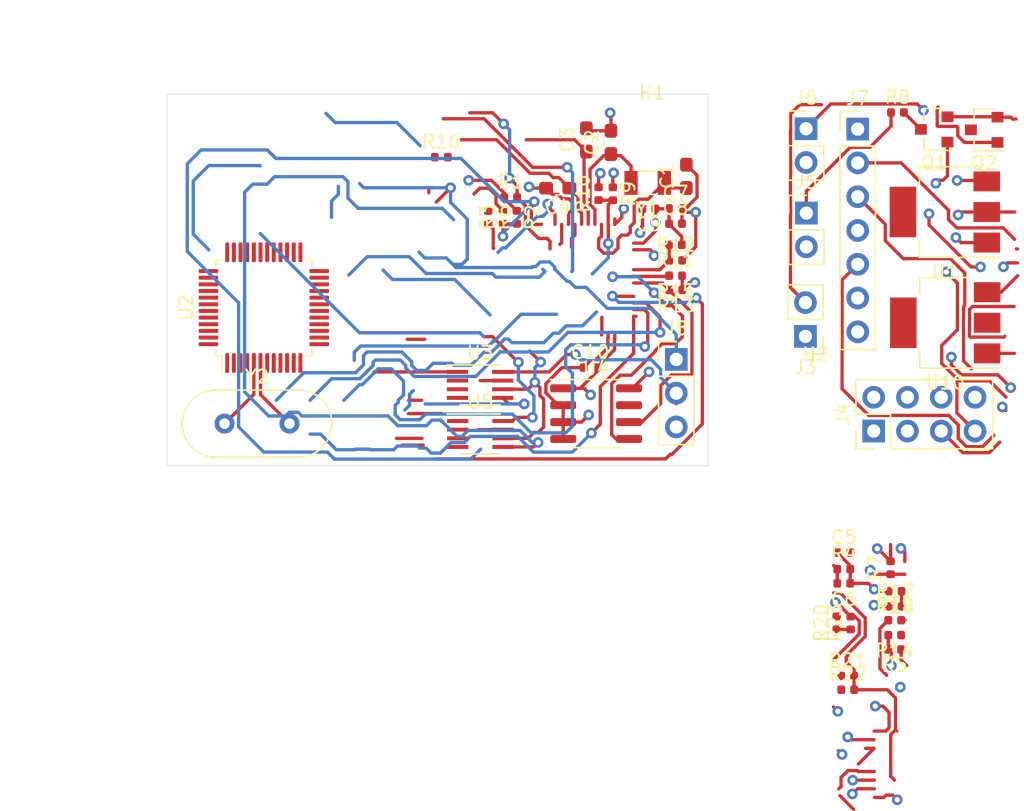
<source format=kicad_pcb>
(kicad_pcb (version 20171130) (host pcbnew "(5.1.6-0-10_14)")
  (layers (0 F.Cu signal) (1 PWR.Cu power hide) (2 GND.Cu power hide) (31 B.Cu signal) (34 B.Paste user) (35 F.Paste user) (36 B.SilkS user) (37 F.SilkS user) (38 B.Mask user) (39 F.Mask user) (44 Edge.Cuts user))
  (net 0 "")
  (net 1 /XTAL1)
  (net 2 GND)
  (net 3 /XTAL2)
  (net 4 /XTAL1_HI)
  (net 5 /XTAL2_HI)
  (net 6 /VIN)
  (net 7 +3V3)
  (net 8 /SYS_5V)
  (net 9 /RST)
  (net 10 /SWDIO)
  (net 11 /SWCLK)
  (net 12 /SWO)
  (net 13 /NJTRST)
  (net 14 /TDI)
  (net 15 /STM32_LED_STRIP_OUT)
  (net 16 "Net-(J5-Pad1)")
  (net 17 "Net-(J6-Pad1)")
  (net 18 /INT1_5V)
  (net 19 /INT2_5V)
  (net 20 /INT3_5V)
  (net 21 "Net-(J7-Pad6)")
  (net 22 "Net-(J7-Pad7)")
  (net 23 /LED_STRIP_OUT)
  (net 24 "Net-(Q1-Pad3)")
  (net 25 /GRN_LED)
  (net 26 /RED_LED)
  (net 27 "Net-(Q2-Pad3)")
  (net 28 /INT3)
  (net 29 /INT2)
  (net 30 /INT1)
  (net 31 "Net-(R11-Pad2)")
  (net 32 /I2C1_SCL)
  (net 33 /I2C1_SDA)
  (net 34 /LVL_SHIFTER_EN)
  (net 35 /STM32_LED_STRIP_OUT_BACKUP)
  (net 36 /12V_EN)
  (net 37 "Net-(R21-Pad1)")
  (net 38 "Net-(U2-Pad11)")
  (net 39 "Net-(U2-Pad13)")
  (net 40 "Net-(U2-Pad16)")
  (net 41 "Net-(U2-Pad17)")
  (net 42 "Net-(U2-Pad20)")
  (net 43 "Net-(U2-Pad22)")
  (net 44 "Net-(U2-Pad25)")
  (net 45 "Net-(U2-Pad26)")
  (net 46 "Net-(U2-Pad27)")
  (net 47 "Net-(U2-Pad28)")
  (net 48 "Net-(U2-Pad29)")
  (net 49 "Net-(U2-Pad30)")
  (net 50 "Net-(U2-Pad31)")
  (net 51 "Net-(U2-Pad32)")
  (net 52 "Net-(U2-Pad33)")
  (net 53 "Net-(U2-Pad41)")
  (net 54 "Net-(U2-Pad45)")
  (net 55 "Net-(U2-Pad46)")
  (net 56 "Net-(U4-Pad7)")
  (module Capacitor_SMD:C_0603_1608Metric_Pad1.05x0.95mm_HandSolder (layer F.Cu) (at 181.26 31.58 90)
    (fp_text reference C1 (at 0 -1.43 90) (layer F.SilkS))
    (fp_text value CP1_Small)
    (pad 1 smd roundrect (at -0.875 0 90) (size 1.05 0.95) (layers F.Cu F.Paste F.Mask) (net 1 /XTAL1))
    (pad 2 smd roundrect (at 0.875 0 90) (size 1.05 0.95) (layers F.Cu F.Paste F.Mask) (net 2 GND))
  )
  (module Capacitor_SMD:C_0603_1608Metric_Pad1.05x0.95mm_HandSolder (layer F.Cu) (at 175.59 29.03 90)
    (fp_text reference C2 (at 0 -1.43 90) (layer F.SilkS))
    (fp_text value CP1_Small)
    (pad 2 smd roundrect (at 0.875 0 90) (size 1.05 0.95) (layers F.Cu F.Paste F.Mask) (net 2 GND))
    (pad 1 smd roundrect (at -0.875 0 90) (size 1.05 0.95) (layers F.Cu F.Paste F.Mask) (net 3 /XTAL2))
  )
  (module Capacitor_SMD:C_0603_1608Metric_Pad1.05x0.95mm_HandSolder (layer F.Cu) (at 173.74 28.84 90)
    (fp_text reference C3 (at 0 -1.43 90) (layer F.SilkS))
    (fp_text value CP1_Small)
    (pad 1 smd roundrect (at -0.875 0 90) (size 1.05 0.95) (layers F.Cu F.Paste F.Mask) (net 4 /XTAL1_HI))
    (pad 2 smd roundrect (at 0.875 0 90) (size 1.05 0.95) (layers F.Cu F.Paste F.Mask) (net 2 GND))
  )
  (module Capacitor_SMD:C_0603_1608Metric_Pad1.05x0.95mm_HandSolder (layer F.Cu) (at 171.585 32.47 180)
    (fp_text reference C4 (at 0 -1.43) (layer F.SilkS))
    (fp_text value CP1_Small)
    (pad 2 smd roundrect (at 0.875 0 180) (size 1.05 0.95) (layers F.Cu F.Paste F.Mask) (net 2 GND))
    (pad 1 smd roundrect (at -0.875 0 180) (size 1.05 0.95) (layers F.Cu F.Paste F.Mask) (net 5 /XTAL2_HI))
  )
  (module Capacitor_SMD:C_0402_1005Metric (layer F.Cu) (at 193.1 59.87)
    (fp_text reference C5 (at 0 -1.17) (layer F.SilkS))
    (fp_text value 10u)
    (pad 2 smd roundrect (at 0.485 0) (size 0.59 0.64) (layers F.Cu F.Paste F.Mask) (net 6 /VIN))
    (pad 1 smd roundrect (at -0.485 0) (size 0.59 0.64) (layers F.Cu F.Paste F.Mask) (net 2 GND))
  )
  (module Capacitor_SMD:C_0402_1005Metric (layer F.Cu) (at 193.09 62.18 180)
    (fp_text reference C6 (at 0 -1.17) (layer F.SilkS))
    (fp_text value 10u)
    (pad 1 smd roundrect (at -0.485 0 180) (size 0.59 0.64) (layers F.Cu F.Paste F.Mask) (net 2 GND))
    (pad 2 smd roundrect (at 0.485 0 180) (size 0.59 0.64) (layers F.Cu F.Paste F.Mask) (net 7 +3V3))
  )
  (module Capacitor_SMD:C_0402_1005Metric (layer F.Cu) (at 180.43 33.99)
    (fp_text reference C7 (at 0 -1.17) (layer F.SilkS))
    (fp_text value 1u)
    (pad 1 smd roundrect (at -0.485 0) (size 0.59 0.64) (layers F.Cu F.Paste F.Mask) (net 7 +3V3))
    (pad 2 smd roundrect (at 0.485 0) (size 0.59 0.64) (layers F.Cu F.Paste F.Mask) (net 2 GND))
  )
  (module Capacitor_SMD:C_0402_1005Metric (layer F.Cu) (at 180.44 35.14)
    (fp_text reference C8 (at 0 -1.17) (layer F.SilkS))
    (fp_text value 1u)
    (pad 1 smd roundrect (at -0.485 0) (size 0.59 0.64) (layers F.Cu F.Paste F.Mask) (net 7 +3V3))
    (pad 2 smd roundrect (at 0.485 0) (size 0.59 0.64) (layers F.Cu F.Paste F.Mask) (net 2 GND))
  )
  (module Capacitor_SMD:C_0402_1005Metric (layer F.Cu) (at 178.44 34.02 180)
    (fp_text reference C9 (at 0 -1.17) (layer F.SilkS))
    (fp_text value 1u)
    (pad 2 smd roundrect (at 0.485 0 180) (size 0.59 0.64) (layers F.Cu F.Paste F.Mask) (net 2 GND))
    (pad 1 smd roundrect (at -0.485 0 180) (size 0.59 0.64) (layers F.Cu F.Paste F.Mask) (net 7 +3V3))
  )
  (module Capacitor_SMD:C_0402_1005Metric (layer F.Cu) (at 174.025 45.96)
    (fp_text reference C10 (at 0 -1.17) (layer F.SilkS))
    (fp_text value 1u)
    (pad 2 smd roundrect (at 0.485 0) (size 0.59 0.64) (layers F.Cu F.Paste F.Mask) (net 7 +3V3))
    (pad 1 smd roundrect (at -0.485 0) (size 0.59 0.64) (layers F.Cu F.Paste F.Mask) (net 2 GND))
  )
  (module MountingHole:MountingHole_2mm (layer F.Cu) (at 178.68 28.5)
    (fp_text reference H1 (at 0 -3.2) (layer F.SilkS))
    (fp_text value MountingHole_Pad)
    (pad "" np_thru_hole circle (at 0 0) (size 2 2) (drill 2) (layers *.Cu *.Mask))
  )
  (module MountingHole:MountingHole_2mm (layer F.Cu) (at 190.97 48.17)
    (fp_text reference H2 (at 0 -3.2) (layer F.SilkS))
    (fp_text value MountingHole_Pad)
    (pad "" np_thru_hole circle (at 0 0) (size 2 2) (drill 2) (layers *.Cu *.Mask))
  )
  (module Connector_PinHeader_2.54mm:PinHeader_1x02_P2.54mm_Vertical (layer F.Cu) (at 190.21 43.61 180)
    (fp_text reference J3 (at 0 -2.33) (layer F.SilkS))
    (fp_text value Conn_01x02_Male)
    (pad 1 thru_hole rect (at 0 0 180) (size 1.7 1.7) (drill 1) (layers *.Cu *.Mask) (net 2 GND))
    (pad 2 thru_hole oval (at 0 2.54 180) (size 1.7 1.7) (drill 1) (layers *.Cu *.Mask) (net 9 /RST))
  )
  (module Connector_PinHeader_2.54mm:PinHeader_2x04_P2.54mm_Vertical (layer F.Cu) (at 195.34 50.73 90)
    (fp_text reference J4 (at 1.27 -2.33 90) (layer F.SilkS))
    (fp_text value Conn_01x08_Male)
    (pad 1 thru_hole rect (at 0 0 90) (size 1.7 1.7) (drill 1) (layers *.Cu *.Mask) (net 7 +3V3))
    (pad 2 thru_hole oval (at 2.54 0 90) (size 1.7 1.7) (drill 1) (layers *.Cu *.Mask) (net 10 /SWDIO))
    (pad 3 thru_hole oval (at 0 2.54 90) (size 1.7 1.7) (drill 1) (layers *.Cu *.Mask) (net 11 /SWCLK))
    (pad 4 thru_hole oval (at 2.54 2.54 90) (size 1.7 1.7) (drill 1) (layers *.Cu *.Mask) (net 12 /SWO))
    (pad 5 thru_hole oval (at 0 5.08 90) (size 1.7 1.7) (drill 1) (layers *.Cu *.Mask) (net 13 /NJTRST))
    (pad 6 thru_hole oval (at 2.54 5.08 90) (size 1.7 1.7) (drill 1) (layers *.Cu *.Mask) (net 14 /TDI))
    (pad 7 thru_hole oval (at 0 7.62 90) (size 1.7 1.7) (drill 1) (layers *.Cu *.Mask) (net 15 /STM32_LED_STRIP_OUT))
    (pad 8 thru_hole oval (at 2.54 7.62 90) (size 1.7 1.7) (drill 1) (layers *.Cu *.Mask) (net 2 GND))
  )
  (module Connector_PinHeader_2.54mm:PinHeader_1x02_P2.54mm_Vertical (layer F.Cu) (at 190.28 34.34)
    (fp_text reference J5 (at 0 -2.33) (layer F.SilkS))
    (fp_text value Conn_01x02_Male)
    (pad 1 thru_hole rect (at 0 0) (size 1.7 1.7) (drill 1) (layers *.Cu *.Mask) (net 16 "Net-(J5-Pad1)"))
    (pad 2 thru_hole oval (at 0 2.54) (size 1.7 1.7) (drill 1) (layers *.Cu *.Mask) (net 8 /SYS_5V))
  )
  (module Connector_PinHeader_2.54mm:PinHeader_1x02_P2.54mm_Vertical (layer F.Cu) (at 190.26 28)
    (fp_text reference J6 (at 0 -2.33) (layer F.SilkS))
    (fp_text value Conn_01x02_Male)
    (pad 2 thru_hole oval (at 0 2.54) (size 1.7 1.7) (drill 1) (layers *.Cu *.Mask) (net 8 /SYS_5V))
    (pad 1 thru_hole rect (at 0 0) (size 1.7 1.7) (drill 1) (layers *.Cu *.Mask) (net 17 "Net-(J6-Pad1)"))
  )
  (module Connector_PinHeader_2.54mm:PinHeader_1x07_P2.54mm_Vertical (layer F.Cu) (at 194.14 28.03)
    (fp_text reference J7 (at 0 -2.33) (layer F.SilkS))
    (fp_text value Conn_01x07_Male)
    (pad 1 thru_hole rect (at 0 0) (size 1.7 1.7) (drill 1) (layers *.Cu *.Mask) (net 2 GND))
    (pad 2 thru_hole oval (at 0 2.54) (size 1.7 1.7) (drill 1) (layers *.Cu *.Mask) (net 8 /SYS_5V))
    (pad 3 thru_hole oval (at 0 5.08) (size 1.7 1.7) (drill 1) (layers *.Cu *.Mask) (net 18 /INT1_5V))
    (pad 4 thru_hole oval (at 0 7.62) (size 1.7 1.7) (drill 1) (layers *.Cu *.Mask) (net 19 /INT2_5V))
    (pad 5 thru_hole oval (at 0 10.16) (size 1.7 1.7) (drill 1) (layers *.Cu *.Mask) (net 20 /INT3_5V))
    (pad 6 thru_hole oval (at 0 12.7) (size 1.7 1.7) (drill 1) (layers *.Cu *.Mask) (net 21 "Net-(J7-Pad6)"))
    (pad 7 thru_hole oval (at 0 15.24) (size 1.7 1.7) (drill 1) (layers *.Cu *.Mask) (net 22 "Net-(J7-Pad7)"))
  )
  (module Connector_PinHeader_2.54mm:PinHeader_1x03_P2.54mm_Vertical (layer F.Cu) (at 180.5 45.34)
    (fp_text reference J8 (at 0 -2.33) (layer F.SilkS))
    (fp_text value Conn_01x03_Male)
    (pad 1 thru_hole rect (at 0 0) (size 1.7 1.7) (drill 1) (layers *.Cu *.Mask) (net 6 /VIN))
    (pad 2 thru_hole oval (at 0 2.54) (size 1.7 1.7) (drill 1) (layers *.Cu *.Mask) (net 23 /LED_STRIP_OUT))
    (pad 3 thru_hole oval (at 0 5.08) (size 1.7 1.7) (drill 1) (layers *.Cu *.Mask) (net 2 GND))
  )
  (module Package_TO_SOT_SMD:SOT-23 (layer F.Cu) (at 199.89 28.05 180)
    (fp_text reference Q1 (at 0 -2.5) (layer F.SilkS))
    (fp_text value BSS138)
    (pad 3 smd rect (at 1 0 180) (size 0.9 0.8) (layers F.Cu F.Paste F.Mask) (net 24 "Net-(Q1-Pad3)"))
    (pad 2 smd rect (at -1 0.95 180) (size 0.9 0.8) (layers F.Cu F.Paste F.Mask) (net 2 GND))
    (pad 1 smd rect (at -1 -0.95 180) (size 0.9 0.8) (layers F.Cu F.Paste F.Mask) (net 25 /GRN_LED))
  )
  (module Package_TO_SOT_SMD:SOT-23 (layer F.Cu) (at 203.65 28.08 180)
    (fp_text reference Q2 (at 0 -2.5) (layer F.SilkS))
    (fp_text value BSS138)
    (pad 1 smd rect (at -1 -0.95 180) (size 0.9 0.8) (layers F.Cu F.Paste F.Mask) (net 26 /RED_LED))
    (pad 2 smd rect (at -1 0.95 180) (size 0.9 0.8) (layers F.Cu F.Paste F.Mask) (net 2 GND))
    (pad 3 smd rect (at 1 0 180) (size 0.9 0.8) (layers F.Cu F.Paste F.Mask) (net 27 "Net-(Q2-Pad3)"))
  )
  (module Resistor_SMD:R_0402_1005Metric (layer F.Cu) (at 168.05 33.16)
    (fp_text reference R1 (at 0 -1.17) (layer F.SilkS))
    (fp_text value 10k)
    (pad 2 smd roundrect (at 0.485 0) (size 0.59 0.64) (layers F.Cu F.Paste F.Mask) (net 9 /RST))
    (pad 1 smd roundrect (at -0.485 0) (size 0.59 0.64) (layers F.Cu F.Paste F.Mask) (net 7 +3V3))
  )
  (module Resistor_SMD:R_0402_1005Metric (layer F.Cu) (at 168.51 34.66 270)
    (fp_text reference R2 (at 0 -1.17 90) (layer F.SilkS))
    (fp_text value 10k)
    (pad 2 smd roundrect (at 0.485 0 270) (size 0.59 0.64) (layers F.Cu F.Paste F.Mask) (net 28 /INT3))
    (pad 1 smd roundrect (at -0.485 0 270) (size 0.59 0.64) (layers F.Cu F.Paste F.Mask) (net 7 +3V3))
  )
  (module Resistor_SMD:R_0402_1005Metric (layer F.Cu) (at 167.47 34.65 90)
    (fp_text reference R3 (at 0 -1.17 90) (layer F.SilkS))
    (fp_text value DNI)
    (pad 1 smd roundrect (at -0.485 0 90) (size 0.59 0.64) (layers F.Cu F.Paste F.Mask) (net 28 /INT3))
    (pad 2 smd roundrect (at 0.485 0 90) (size 0.59 0.64) (layers F.Cu F.Paste F.Mask) (net 2 GND))
  )
  (module Resistor_SMD:R_0402_1005Metric (layer F.Cu) (at 193.09 61.11)
    (fp_text reference R4 (at 0 -1.17) (layer F.SilkS))
    (fp_text value 1M)
    (pad 2 smd roundrect (at 0.485 0) (size 0.59 0.64) (layers F.Cu F.Paste F.Mask) (net 2 GND))
    (pad 1 smd roundrect (at -0.485 0) (size 0.59 0.64) (layers F.Cu F.Paste F.Mask) (net 7 +3V3))
  )
  (module Resistor_SMD:R_0402_1005Metric (layer F.Cu) (at 196.915 67.15 180)
    (fp_text reference R5 (at 0 -1.17) (layer F.SilkS))
    (fp_text value 1M)
    (pad 1 smd roundrect (at -0.485 0 180) (size 0.59 0.64) (layers F.Cu F.Paste F.Mask) (net 25 /GRN_LED))
    (pad 2 smd roundrect (at 0.485 0 180) (size 0.59 0.64) (layers F.Cu F.Paste F.Mask) (net 2 GND))
  )
  (module Resistor_SMD:R_0402_1005Metric (layer F.Cu) (at 166.36 34.67 270)
    (fp_text reference R6 (at 0 -1.17 90) (layer F.SilkS))
    (fp_text value 10k)
    (pad 2 smd roundrect (at 0.485 0 270) (size 0.59 0.64) (layers F.Cu F.Paste F.Mask) (net 29 /INT2))
    (pad 1 smd roundrect (at -0.485 0 270) (size 0.59 0.64) (layers F.Cu F.Paste F.Mask) (net 7 +3V3))
  )
  (module Resistor_SMD:R_0402_1005Metric (layer F.Cu) (at 196.61 61.01 90)
    (fp_text reference R7 (at 0 -1.17 90) (layer F.SilkS))
    (fp_text value DNI)
    (pad 1 smd roundrect (at -0.485 0 90) (size 0.59 0.64) (layers F.Cu F.Paste F.Mask) (net 29 /INT2))
    (pad 2 smd roundrect (at 0.485 0 90) (size 0.59 0.64) (layers F.Cu F.Paste F.Mask) (net 2 GND))
  )
  (module Resistor_SMD:R_0402_1005Metric (layer F.Cu) (at 197.13 26.78)
    (fp_text reference R8 (at 0 -1.17) (layer F.SilkS))
    (fp_text value 100)
    (pad 2 smd roundrect (at 0.485 0) (size 0.59 0.64) (layers F.Cu F.Paste F.Mask) (net 24 "Net-(Q1-Pad3)"))
    (pad 1 smd roundrect (at -0.485 0) (size 0.59 0.64) (layers F.Cu F.Paste F.Mask) (net 16 "Net-(J5-Pad1)"))
  )
  (module Resistor_SMD:R_0402_1005Metric (layer F.Cu) (at 175.73 32.89 270)
    (fp_text reference R9 (at 0 -1.17 90) (layer F.SilkS))
    (fp_text value 10k)
    (pad 1 smd roundrect (at -0.485 0 270) (size 0.59 0.64) (layers F.Cu F.Paste F.Mask) (net 7 +3V3))
    (pad 2 smd roundrect (at 0.485 0 270) (size 0.59 0.64) (layers F.Cu F.Paste F.Mask) (net 30 /INT1))
  )
  (module Resistor_SMD:R_0402_1005Metric (layer F.Cu) (at 174.66 32.88 90)
    (fp_text reference R10 (at 0 -1.17 90) (layer F.SilkS))
    (fp_text value DNI)
    (pad 2 smd roundrect (at 0.485 0 90) (size 0.59 0.64) (layers F.Cu F.Paste F.Mask) (net 2 GND))
    (pad 1 smd roundrect (at -0.485 0 90) (size 0.59 0.64) (layers F.Cu F.Paste F.Mask) (net 30 /INT1))
  )
  (module Resistor_SMD:R_0402_1005Metric (layer F.Cu) (at 180.43 36.73 180)
    (fp_text reference R11 (at 0 -1.17) (layer F.SilkS))
    (fp_text value DNI)
    (pad 2 smd roundrect (at 0.485 0 180) (size 0.59 0.64) (layers F.Cu F.Paste F.Mask) (net 31 "Net-(R11-Pad2)"))
    (pad 1 smd roundrect (at -0.485 0 180) (size 0.59 0.64) (layers F.Cu F.Paste F.Mask) (net 7 +3V3))
  )
  (module Resistor_SMD:R_0402_1005Metric (layer F.Cu) (at 180.45 37.9)
    (fp_text reference R12 (at 0 -1.17) (layer F.SilkS))
    (fp_text value 10k)
    (pad 1 smd roundrect (at -0.485 0) (size 0.59 0.64) (layers F.Cu F.Paste F.Mask) (net 31 "Net-(R11-Pad2)"))
    (pad 2 smd roundrect (at 0.485 0) (size 0.59 0.64) (layers F.Cu F.Paste F.Mask) (net 2 GND))
  )
  (module Resistor_SMD:R_0402_1005Metric (layer F.Cu) (at 180.46 40.12 180)
    (fp_text reference R13 (at 0 -1.17) (layer F.SilkS))
    (fp_text value 10k)
    (pad 2 smd roundrect (at 0.485 0 180) (size 0.59 0.64) (layers F.Cu F.Paste F.Mask) (net 32 /I2C1_SCL))
    (pad 1 smd roundrect (at -0.485 0 180) (size 0.59 0.64) (layers F.Cu F.Paste F.Mask) (net 7 +3V3))
  )
  (module Resistor_SMD:R_0402_1005Metric (layer F.Cu) (at 196.92 66.07 180)
    (fp_text reference R14 (at 0 -1.17) (layer F.SilkS))
    (fp_text value 1M)
    (pad 2 smd roundrect (at 0.485 0 180) (size 0.59 0.64) (layers F.Cu F.Paste F.Mask) (net 2 GND))
    (pad 1 smd roundrect (at -0.485 0 180) (size 0.59 0.64) (layers F.Cu F.Paste F.Mask) (net 26 /RED_LED))
  )
  (module Resistor_SMD:R_0402_1005Metric (layer F.Cu) (at 180.445 39.05 180)
    (fp_text reference R15 (at 0 -1.17) (layer F.SilkS))
    (fp_text value 10k)
    (pad 1 smd roundrect (at -0.485 0 180) (size 0.59 0.64) (layers F.Cu F.Paste F.Mask) (net 7 +3V3))
    (pad 2 smd roundrect (at 0.485 0 180) (size 0.59 0.64) (layers F.Cu F.Paste F.Mask) (net 33 /I2C1_SDA))
  )
  (module Resistor_SMD:R_0402_1005Metric (layer F.Cu) (at 162.835 30.14)
    (fp_text reference R16 (at 0 -1.17) (layer F.SilkS))
    (fp_text value 100)
    (pad 1 smd roundrect (at -0.485 0) (size 0.59 0.64) (layers F.Cu F.Paste F.Mask) (net 17 "Net-(J6-Pad1)"))
    (pad 2 smd roundrect (at 0.485 0) (size 0.59 0.64) (layers F.Cu F.Paste F.Mask) (net 27 "Net-(Q2-Pad3)"))
  )
  (module Resistor_SMD:R_0402_1005Metric (layer F.Cu) (at 196.95 63.92)
    (fp_text reference R17 (at 0 -1.17) (layer F.SilkS))
    (fp_text value 10k)
    (pad 2 smd roundrect (at 0.485 0) (size 0.59 0.64) (layers F.Cu F.Paste F.Mask) (net 34 /LVL_SHIFTER_EN))
    (pad 1 smd roundrect (at -0.485 0) (size 0.59 0.64) (layers F.Cu F.Paste F.Mask) (net 7 +3V3))
  )
  (module Resistor_SMD:R_0402_1005Metric (layer F.Cu) (at 196.95 62.77 180)
    (fp_text reference R18 (at 0 -1.17) (layer F.SilkS))
    (fp_text value DNI)
    (pad 1 smd roundrect (at -0.485 0 180) (size 0.59 0.64) (layers F.Cu F.Paste F.Mask) (net 34 /LVL_SHIFTER_EN))
    (pad 2 smd roundrect (at 0.485 0 180) (size 0.59 0.64) (layers F.Cu F.Paste F.Mask) (net 2 GND))
  )
  (module Resistor_SMD:R_0402_1005Metric (layer F.Cu) (at 196.92 64.95)
    (fp_text reference R19 (at 0 -1.17) (layer F.SilkS))
    (fp_text value DNI)
    (pad 1 smd roundrect (at -0.485 0) (size 0.59 0.64) (layers F.Cu F.Paste F.Mask) (net 35 /STM32_LED_STRIP_OUT_BACKUP))
    (pad 2 smd roundrect (at 0.485 0) (size 0.59 0.64) (layers F.Cu F.Paste F.Mask) (net 15 /STM32_LED_STRIP_OUT))
  )
  (module Resistor_SMD:R_0402_1005Metric (layer F.Cu) (at 192.56 65.15 90)
    (fp_text reference R20 (at 0 -1.17 90) (layer F.SilkS))
    (fp_text value 1M)
    (pad 1 smd roundrect (at -0.485 0 90) (size 0.59 0.64) (layers F.Cu F.Paste F.Mask) (net 36 /12V_EN))
    (pad 2 smd roundrect (at 0.485 0 90) (size 0.59 0.64) (layers F.Cu F.Paste F.Mask) (net 2 GND))
  )
  (module Resistor_SMD:R_0402_1005Metric (layer F.Cu) (at 193.38 69.14)
    (fp_text reference R21 (at 0 -1.17) (layer F.SilkS))
    (fp_text value 0)
    (pad 2 smd roundrect (at 0.485 0) (size 0.59 0.64) (layers F.Cu F.Paste F.Mask) (net 8 /SYS_5V))
    (pad 1 smd roundrect (at -0.485 0) (size 0.59 0.64) (layers F.Cu F.Paste F.Mask) (net 37 "Net-(R21-Pad1)"))
  )
  (module Resistor_SMD:R_0402_1005Metric (layer F.Cu) (at 193.39 70.18)
    (fp_text reference R22 (at 0 -1.17) (layer F.SilkS))
    (fp_text value 0)
    (pad 1 smd roundrect (at -0.485 0) (size 0.59 0.64) (layers F.Cu F.Paste F.Mask) (net 6 /VIN))
    (pad 2 smd roundrect (at 0.485 0) (size 0.59 0.64) (layers F.Cu F.Paste F.Mask) (net 8 /SYS_5V))
  )
  (module Resistor_SMD:R_0402_1005Metric (layer F.Cu) (at 193.61 65.16 90)
    (fp_text reference R23 (at 0 -1.17 90) (layer F.SilkS))
    (fp_text value 0)
    (pad 1 smd roundrect (at -0.485 0 90) (size 0.59 0.64) (layers F.Cu F.Paste F.Mask) (net 36 /12V_EN))
    (pad 2 smd roundrect (at 0.485 0 90) (size 0.59 0.64) (layers F.Cu F.Paste F.Mask) (net 6 /VIN))
  )
  (module Package_TO_SOT_SMD:SOT-223 (layer F.Cu) (at 200.69 34.26 180)
    (fp_text reference U1 (at 0 -4.5 180) (layer F.SilkS))
    (fp_text value TLV1117-33)
    (pad 1 smd rect (at -3.15 -2.3 180) (size 2 1.5) (layers F.Cu F.Paste F.Mask) (net 2 GND))
    (pad 3 smd rect (at -3.15 2.3 180) (size 2 1.5) (layers F.Cu F.Paste F.Mask) (net 6 /VIN))
    (pad 2 smd rect (at -3.15 0 180) (size 2 1.5) (layers F.Cu F.Paste F.Mask) (net 7 +3V3))
    (pad 4 smd rect (at 3.15 0 180) (size 2 3.8) (layers F.Cu F.Paste F.Mask))
  )
  (module Package_QFP:LQFP-48_7x7mm_P0.5mm (layer F.Cu) (at 149.49 41.45 90)
    (fp_text reference U2 (at 0 -5.85 90) (layer F.SilkS))
    (fp_text value STM32L433CCTx)
    (pad 1 smd roundrect (at -4.1625 -2.75 90) (size 1.475 0.3) (layers F.Cu F.Paste F.Mask) (net 7 +3V3))
    (pad 2 smd roundrect (at -4.1625 -2.25 90) (size 1.475 0.3) (layers F.Cu F.Paste F.Mask) (net 30 /INT1))
    (pad 3 smd roundrect (at -4.1625 -1.75 90) (size 1.475 0.3) (layers F.Cu F.Paste F.Mask) (net 1 /XTAL1))
    (pad 4 smd roundrect (at -4.1625 -1.25 90) (size 1.475 0.3) (layers F.Cu F.Paste F.Mask) (net 3 /XTAL2))
    (pad 5 smd roundrect (at -4.1625 -0.75 90) (size 1.475 0.3) (layers F.Cu F.Paste F.Mask) (net 4 /XTAL1_HI))
    (pad 6 smd roundrect (at -4.1625 -0.25 90) (size 1.475 0.3) (layers F.Cu F.Paste F.Mask) (net 5 /XTAL2_HI))
    (pad 7 smd roundrect (at -4.1625 0.25 90) (size 1.475 0.3) (layers F.Cu F.Paste F.Mask) (net 9 /RST))
    (pad 8 smd roundrect (at -4.1625 0.75 90) (size 1.475 0.3) (layers F.Cu F.Paste F.Mask) (net 2 GND))
    (pad 9 smd roundrect (at -4.1625 1.25 90) (size 1.475 0.3) (layers F.Cu F.Paste F.Mask) (net 7 +3V3))
    (pad 10 smd roundrect (at -4.1625 1.75 90) (size 1.475 0.3) (layers F.Cu F.Paste F.Mask) (net 29 /INT2))
    (pad 11 smd roundrect (at -4.1625 2.25 90) (size 1.475 0.3) (layers F.Cu F.Paste F.Mask) (net 38 "Net-(U2-Pad11)"))
    (pad 12 smd roundrect (at -4.1625 2.75 90) (size 1.475 0.3) (layers F.Cu F.Paste F.Mask) (net 28 /INT3))
    (pad 13 smd roundrect (at -2.75 4.1625 90) (size 0.3 1.475) (layers F.Cu F.Paste F.Mask) (net 39 "Net-(U2-Pad13)"))
    (pad 14 smd roundrect (at -2.25 4.1625 90) (size 0.3 1.475) (layers F.Cu F.Paste F.Mask) (net 34 /LVL_SHIFTER_EN))
    (pad 15 smd roundrect (at -1.75 4.1625 90) (size 0.3 1.475) (layers F.Cu F.Paste F.Mask) (net 15 /STM32_LED_STRIP_OUT))
    (pad 16 smd roundrect (at -1.25 4.1625 90) (size 0.3 1.475) (layers F.Cu F.Paste F.Mask) (net 40 "Net-(U2-Pad16)"))
    (pad 17 smd roundrect (at -0.75 4.1625 90) (size 0.3 1.475) (layers F.Cu F.Paste F.Mask) (net 41 "Net-(U2-Pad17)"))
    (pad 18 smd roundrect (at -0.25 4.1625 90) (size 0.3 1.475) (layers F.Cu F.Paste F.Mask) (net 26 /RED_LED))
    (pad 19 smd roundrect (at 0.25 4.1625 90) (size 0.3 1.475) (layers F.Cu F.Paste F.Mask) (net 25 /GRN_LED))
    (pad 20 smd roundrect (at 0.75 4.1625 90) (size 0.3 1.475) (layers F.Cu F.Paste F.Mask) (net 42 "Net-(U2-Pad20)"))
    (pad 21 smd roundrect (at 1.25 4.1625 90) (size 0.3 1.475) (layers F.Cu F.Paste F.Mask) (net 35 /STM32_LED_STRIP_OUT_BACKUP))
    (pad 22 smd roundrect (at 1.75 4.1625 90) (size 0.3 1.475) (layers F.Cu F.Paste F.Mask) (net 43 "Net-(U2-Pad22)"))
    (pad 23 smd roundrect (at 2.25 4.1625 90) (size 0.3 1.475) (layers F.Cu F.Paste F.Mask) (net 2 GND))
    (pad 24 smd roundrect (at 2.75 4.1625 90) (size 0.3 1.475) (layers F.Cu F.Paste F.Mask) (net 7 +3V3))
    (pad 25 smd roundrect (at 4.1625 2.75 90) (size 1.475 0.3) (layers F.Cu F.Paste F.Mask) (net 44 "Net-(U2-Pad25)"))
    (pad 26 smd roundrect (at 4.1625 2.25 90) (size 1.475 0.3) (layers F.Cu F.Paste F.Mask) (net 45 "Net-(U2-Pad26)"))
    (pad 27 smd roundrect (at 4.1625 1.75 90) (size 1.475 0.3) (layers F.Cu F.Paste F.Mask) (net 46 "Net-(U2-Pad27)"))
    (pad 28 smd roundrect (at 4.1625 1.25 90) (size 1.475 0.3) (layers F.Cu F.Paste F.Mask) (net 47 "Net-(U2-Pad28)"))
    (pad 29 smd roundrect (at 4.1625 0.75 90) (size 1.475 0.3) (layers F.Cu F.Paste F.Mask) (net 48 "Net-(U2-Pad29)"))
    (pad 30 smd roundrect (at 4.1625 0.25 90) (size 1.475 0.3) (layers F.Cu F.Paste F.Mask) (net 49 "Net-(U2-Pad30)"))
    (pad 31 smd roundrect (at 4.1625 -0.25 90) (size 1.475 0.3) (layers F.Cu F.Paste F.Mask) (net 50 "Net-(U2-Pad31)"))
    (pad 32 smd roundrect (at 4.1625 -0.75 90) (size 1.475 0.3) (layers F.Cu F.Paste F.Mask) (net 51 "Net-(U2-Pad32)"))
    (pad 33 smd roundrect (at 4.1625 -1.25 90) (size 1.475 0.3) (layers F.Cu F.Paste F.Mask) (net 52 "Net-(U2-Pad33)"))
    (pad 34 smd roundrect (at 4.1625 -1.75 90) (size 1.475 0.3) (layers F.Cu F.Paste F.Mask) (net 10 /SWDIO))
    (pad 35 smd roundrect (at 4.1625 -2.25 90) (size 1.475 0.3) (layers F.Cu F.Paste F.Mask) (net 2 GND))
    (pad 36 smd roundrect (at 4.1625 -2.75 90) (size 1.475 0.3) (layers F.Cu F.Paste F.Mask) (net 7 +3V3))
    (pad 37 smd roundrect (at 2.75 -4.1625 90) (size 0.3 1.475) (layers F.Cu F.Paste F.Mask) (net 11 /SWCLK))
    (pad 38 smd roundrect (at 2.25 -4.1625 90) (size 0.3 1.475) (layers F.Cu F.Paste F.Mask) (net 14 /TDI))
    (pad 39 smd roundrect (at 1.75 -4.1625 90) (size 0.3 1.475) (layers F.Cu F.Paste F.Mask) (net 12 /SWO))
    (pad 40 smd roundrect (at 1.25 -4.1625 90) (size 0.3 1.475) (layers F.Cu F.Paste F.Mask) (net 13 /NJTRST))
    (pad 41 smd roundrect (at 0.75 -4.1625 90) (size 0.3 1.475) (layers F.Cu F.Paste F.Mask) (net 53 "Net-(U2-Pad41)"))
    (pad 42 smd roundrect (at 0.25 -4.1625 90) (size 0.3 1.475) (layers F.Cu F.Paste F.Mask) (net 32 /I2C1_SCL))
    (pad 43 smd roundrect (at -0.25 -4.1625 90) (size 0.3 1.475) (layers F.Cu F.Paste F.Mask) (net 33 /I2C1_SDA))
    (pad 44 smd roundrect (at -0.75 -4.1625 90) (size 0.3 1.475) (layers F.Cu F.Paste F.Mask) (net 31 "Net-(R11-Pad2)"))
    (pad 45 smd roundrect (at -1.25 -4.1625 90) (size 0.3 1.475) (layers F.Cu F.Paste F.Mask) (net 54 "Net-(U2-Pad45)"))
    (pad 46 smd roundrect (at -1.75 -4.1625 90) (size 0.3 1.475) (layers F.Cu F.Paste F.Mask) (net 55 "Net-(U2-Pad46)"))
    (pad 47 smd roundrect (at -2.25 -4.1625 90) (size 0.3 1.475) (layers F.Cu F.Paste F.Mask) (net 2 GND))
    (pad 48 smd roundrect (at -2.75 -4.1625 90) (size 0.3 1.475) (layers F.Cu F.Paste F.Mask) (net 7 +3V3))
  )
  (module Package_SO:SSOP-8_2.95x2.8mm_P0.65mm (layer F.Cu) (at 165.75 47.26)
    (fp_text reference U3 (at 0 -2.4) (layer F.SilkS))
    (fp_text value TXS0102DCT)
    (pad 8 smd rect (at 1.7 -0.975 270) (size 0.3 1.6) (layers F.Cu F.Paste F.Mask) (net 23 /LED_STRIP_OUT))
    (pad 7 smd rect (at 1.7 -0.325 270) (size 0.3 1.6) (layers F.Cu F.Paste F.Mask) (net 8 /SYS_5V))
    (pad 6 smd rect (at 1.7 0.325 270) (size 0.3 1.6) (layers F.Cu F.Paste F.Mask) (net 34 /LVL_SHIFTER_EN))
    (pad 5 smd rect (at 1.7 0.975 270) (size 0.3 1.6) (layers F.Cu F.Paste F.Mask) (net 15 /STM32_LED_STRIP_OUT))
    (pad 4 smd rect (at -1.7 0.975 270) (size 0.3 1.6) (layers F.Cu F.Paste F.Mask) (net 30 /INT1))
    (pad 3 smd rect (at -1.7 0.325 270) (size 0.3 1.6) (layers F.Cu F.Paste F.Mask) (net 7 +3V3))
    (pad 2 smd rect (at -1.7 -0.325 270) (size 0.3 1.6) (layers F.Cu F.Paste F.Mask) (net 2 GND))
    (pad 1 smd rect (at -1.7 -0.975 270) (size 0.3 1.6) (layers F.Cu F.Paste F.Mask) (net 18 /INT1_5V))
  )
  (module Package_SO:SOIC-8_3.9x4.9mm_P1.27mm (layer F.Cu) (at 174.47 49.42)
    (fp_text reference U4 (at 0 -3.4) (layer F.SilkS))
    (fp_text value CAT24C256)
    (pad 1 smd roundrect (at -2.475 -1.905) (size 1.95 0.6) (layers F.Cu F.Paste F.Mask) (net 7 +3V3))
    (pad 2 smd roundrect (at -2.475 -0.635) (size 1.95 0.6) (layers F.Cu F.Paste F.Mask) (net 2 GND))
    (pad 3 smd roundrect (at -2.475 0.635) (size 1.95 0.6) (layers F.Cu F.Paste F.Mask) (net 2 GND))
    (pad 4 smd roundrect (at -2.475 1.905) (size 1.95 0.6) (layers F.Cu F.Paste F.Mask) (net 2 GND))
    (pad 5 smd roundrect (at 2.475 1.905) (size 1.95 0.6) (layers F.Cu F.Paste F.Mask) (net 33 /I2C1_SDA))
    (pad 6 smd roundrect (at 2.475 0.635) (size 1.95 0.6) (layers F.Cu F.Paste F.Mask) (net 32 /I2C1_SCL))
    (pad 7 smd roundrect (at 2.475 -0.635) (size 1.95 0.6) (layers F.Cu F.Paste F.Mask) (net 56 "Net-(U4-Pad7)"))
    (pad 8 smd roundrect (at 2.475 -1.905) (size 1.95 0.6) (layers F.Cu F.Paste F.Mask) (net 7 +3V3))
  )
  (module Package_SO:SSOP-8_2.95x2.8mm_P0.65mm (layer F.Cu) (at 165.77 50.95)
    (fp_text reference U5 (at 0 -2.4) (layer F.SilkS))
    (fp_text value TXS0102DCT)
    (pad 1 smd rect (at -1.7 -0.975 270) (size 0.3 1.6) (layers F.Cu F.Paste F.Mask) (net 20 /INT3_5V))
    (pad 2 smd rect (at -1.7 -0.325 270) (size 0.3 1.6) (layers F.Cu F.Paste F.Mask) (net 2 GND))
    (pad 3 smd rect (at -1.7 0.325 270) (size 0.3 1.6) (layers F.Cu F.Paste F.Mask) (net 7 +3V3))
    (pad 4 smd rect (at -1.7 0.975 270) (size 0.3 1.6) (layers F.Cu F.Paste F.Mask) (net 28 /INT3))
    (pad 5 smd rect (at 1.7 0.975 270) (size 0.3 1.6) (layers F.Cu F.Paste F.Mask) (net 29 /INT2))
    (pad 6 smd rect (at 1.7 0.325 270) (size 0.3 1.6) (layers F.Cu F.Paste F.Mask) (net 34 /LVL_SHIFTER_EN))
    (pad 7 smd rect (at 1.7 -0.325 270) (size 0.3 1.6) (layers F.Cu F.Paste F.Mask) (net 8 /SYS_5V))
    (pad 8 smd rect (at 1.7 -0.975 270) (size 0.3 1.6) (layers F.Cu F.Paste F.Mask) (net 19 /INT2_5V))
  )
  (module Package_TO_SOT_SMD:SOT-223 (layer F.Cu) (at 200.72 42.59 180)
    (fp_text reference U10 (at 0 -4.5) (layer F.SilkS))
    (fp_text value TLV1117-33)
    (pad 4 smd rect (at 3.15 0 180) (size 2 3.8) (layers F.Cu F.Paste F.Mask))
    (pad 2 smd rect (at -3.15 0 180) (size 2 1.5) (layers F.Cu F.Paste F.Mask) (net 37 "Net-(R21-Pad1)"))
    (pad 3 smd rect (at -3.15 2.3 180) (size 2 1.5) (layers F.Cu F.Paste F.Mask) (net 36 /12V_EN))
    (pad 1 smd rect (at -3.15 -2.3 180) (size 2 1.5) (layers F.Cu F.Paste F.Mask) (net 2 GND))
  )
  (module Crystal:Crystal_SMD_3215-2Pin_3.2x1.5mm (layer F.Cu) (at 178.35 32.07 180)
    (fp_text reference Y1 (at 0 -2) (layer F.SilkS))
    (fp_text value "32.768k Crystal")
    (pad 1 smd rect (at 1.25 0 180) (size 1 1.8) (layers F.Cu F.Paste F.Mask) (net 3 /XTAL2))
    (pad 2 smd rect (at -1.25 0 180) (size 1 1.8) (layers F.Cu F.Paste F.Mask) (net 1 /XTAL1))
  )
  (module Crystal:Crystal_HC49-U_Vertical (layer F.Cu) (at 146.54 50.17)
    (fp_text reference Y2 (at 2.44 -3.525) (layer F.SilkS))
    (fp_text value 8M)
    (pad 1 thru_hole circle (at 0 0) (size 1.5 1.5) (drill 0.8) (layers *.Cu *.Mask) (net 4 /XTAL1_HI))
    (pad 2 thru_hole circle (at 4.88 0) (size 1.5 1.5) (drill 0.8) (layers *.Cu *.Mask) (net 5 /XTAL2_HI))
  )
  (gr_line (start 182.88 25.4) (end 142.24 25.4) (layer Edge.Cuts) (width 0.05))
  (gr_line (start 182.88 53.34) (end 182.88 25.4) (layer Edge.Cuts) (width 0.05))
  (gr_line (start 142.24 53.34) (end 182.88 53.34) (layer Edge.Cuts) (width 0.05))
  (gr_line (start 142.24 25.4) (end 142.24 53.34) (layer Edge.Cuts) (width 0.05))
  (via (at 197.34 69.98) (size 0.8) (drill 0.4) (layers F.Cu B.Cu) (net 19))
  (via (at 167.97 31.72) (size 0.8) (drill 0.4) (layers F.Cu B.Cu) (net 9))
  (via (at 169.07 48.69) (size 0.8) (drill 0.4) (layers F.Cu B.Cu) (net 15))
  (via (at 175.53 26.81) (size 0.8) (drill 0.4) (layers F.Cu B.Cu) (net 2))
  (via (at 169.43 32.37) (size 0.8) (drill 0.4) (layers F.Cu B.Cu) (net 2))
  (via (at 173.91 49.52) (size 0.8) (drill 0.4) (layers F.Cu B.Cu) (net 2))
  (via (at 178.83 37.54) (size 0.8) (drill 0.4) (layers F.Cu B.Cu) (net 2))
  (via (at 181.9 39.56) (size 0.8) (drill 0.4) (layers F.Cu B.Cu) (net 7))
  (via (at 181.96 34.28) (size 0.8) (drill 0.4) (layers F.Cu B.Cu) (net 2))
  (via (at 175.79 31.32) (size 0.8) (drill 0.4) (layers F.Cu B.Cu) (net 7))
  (segment (start 179.985 32.455) (end 179.6 32.07) (width 0.25) (layer F.Cu) (net 1))
  (segment (start 181.26 32.455) (end 179.985 32.455) (width 0.25) (layer F.Cu) (net 1))
  (segment (start 178.374999 33.295001) (end 179.6 32.07) (width 0.25) (layer F.Cu) (net 1))
  (segment (start 177.33499 33.651778) (end 177.691767 33.295001) (width 0.25) (layer F.Cu) (net 1))
  (segment (start 177.044999 35.785001) (end 177.044999 35.352001) (width 0.25) (layer F.Cu) (net 1))
  (segment (start 177.33499 35.06201) (end 177.33499 33.651778) (width 0.25) (layer F.Cu) (net 1))
  (segment (start 174.88 35.1875) (end 174.88 36.066998) (width 0.25) (layer F.Cu) (net 1))
  (segment (start 176.397 36) (end 176.83 36) (width 0.25) (layer F.Cu) (net 1))
  (segment (start 177.691767 33.295001) (end 178.374999 33.295001) (width 0.25) (layer F.Cu) (net 1))
  (segment (start 176.115001 36.281999) (end 176.397 36) (width 0.25) (layer F.Cu) (net 1))
  (segment (start 177.044999 35.352001) (end 177.33499 35.06201) (width 0.25) (layer F.Cu) (net 1))
  (segment (start 176.83 36) (end 177.044999 35.785001) (width 0.25) (layer F.Cu) (net 1))
  (segment (start 175.041999 37.355001) (end 175.738001 37.355001) (width 0.25) (layer F.Cu) (net 1))
  (segment (start 174.664999 36.281999) (end 174.664999 36.978001) (width 0.25) (layer F.Cu) (net 1))
  (segment (start 175.738001 37.355001) (end 176.115001 36.978001) (width 0.25) (layer F.Cu) (net 1))
  (segment (start 174.88 36.066998) (end 174.664999 36.281999) (width 0.25) (layer F.Cu) (net 1))
  (segment (start 176.115001 36.978001) (end 176.115001 36.281999) (width 0.25) (layer F.Cu) (net 1))
  (segment (start 174.664999 36.978001) (end 175.041999 37.355001) (width 0.25) (layer F.Cu) (net 1))
  (via (at 174.79 31.35) (size 0.8) (drill 0.4) (layers F.Cu B.Cu) (net 2))
  (segment (start 174.66 31.48) (end 174.79 31.35) (width 0.25) (layer F.Cu) (net 2))
  (segment (start 174.66 32.395) (end 174.66 31.48) (width 0.25) (layer F.Cu) (net 2))
  (via (at 177.77 35.82) (size 0.8) (drill 0.4) (layers F.Cu B.Cu) (net 2))
  (segment (start 177.955 34.02) (end 177.955 35.315) (width 0.25) (layer F.Cu) (net 2))
  (segment (start 181.21 33.99) (end 180.915 33.99) (width 0.25) (layer F.Cu) (net 2))
  (segment (start 182.06001 33.13999) (end 181.21 33.99) (width 0.25) (layer F.Cu) (net 2))
  (segment (start 182.06001 31.50501) (end 182.06001 33.13999) (width 0.25) (layer F.Cu) (net 2))
  (segment (start 181.26 30.705) (end 182.06001 31.50501) (width 0.25) (layer F.Cu) (net 2))
  (segment (start 180.925 34) (end 180.915 33.99) (width 0.25) (layer F.Cu) (net 2))
  (segment (start 180.925 35.14) (end 180.925 34) (width 0.25) (layer F.Cu) (net 2))
  (segment (start 181.205 34.28) (end 180.915 33.99) (width 0.25) (layer F.Cu) (net 2))
  (segment (start 181.96 34.28) (end 181.205 34.28) (width 0.25) (layer F.Cu) (net 2))
  (segment (start 181.96 36.875) (end 181.96 34.28) (width 0.25) (layer F.Cu) (net 2))
  (segment (start 180.935 37.9) (end 181.96 36.875) (width 0.25) (layer F.Cu) (net 2))
  (segment (start 177.2925 37.1) (end 178.54 37.1) (width 0.25) (layer F.Cu) (net 2))
  (segment (start 171.995 51.325) (end 171.995 50.055) (width 0.25) (layer F.Cu) (net 2))
  (segment (start 171.995 48.785) (end 171.995 50.055) (width 0.25) (layer F.Cu) (net 2))
  (segment (start 173.375 50.055) (end 173.91 49.52) (width 0.25) (layer F.Cu) (net 2))
  (segment (start 171.995 50.055) (end 173.375 50.055) (width 0.25) (layer F.Cu) (net 2))
  (segment (start 171.618232 48.785) (end 171.995 48.785) (width 0.25) (layer F.Cu) (net 2))
  (segment (start 170.69499 47.861758) (end 171.618232 48.785) (width 0.25) (layer F.Cu) (net 2))
  (segment (start 170.69499 47.168242) (end 170.69499 47.861758) (width 0.25) (layer F.Cu) (net 2))
  (segment (start 171.903232 45.96) (end 170.69499 47.168242) (width 0.25) (layer F.Cu) (net 2))
  (segment (start 173.54 45.96) (end 171.903232 45.96) (width 0.25) (layer F.Cu) (net 2))
  (segment (start 173.54 45.941768) (end 173.54 45.96) (width 0.25) (layer F.Cu) (net 2))
  (segment (start 174.50501 45.31499) (end 174.166778 45.31499) (width 0.25) (layer F.Cu) (net 2))
  (segment (start 174.166778 45.31499) (end 173.54 45.941768) (width 0.25) (layer F.Cu) (net 2))
  (segment (start 175.35501 44.46499) (end 174.50501 45.31499) (width 0.25) (layer F.Cu) (net 2))
  (segment (start 175.38 43.69) (end 175.35501 43.71499) (width 0.25) (layer F.Cu) (net 2))
  (segment (start 175.35501 43.71499) (end 175.35501 44.46499) (width 0.25) (layer F.Cu) (net 2))
  (segment (start 175.38 43.5125) (end 175.38 43.69) (width 0.25) (layer F.Cu) (net 2))
  (via (at 193.76 76.98) (size 0.8) (drill 0.4) (layers F.Cu B.Cu) (net 2))
  (segment (start 203.87 44.89) (end 205.92 44.89) (width 0.25) (layer F.Cu) (net 2))
  (segment (start 192.32 71.47) (end 192.65 71.8) (width 0.25) (layer F.Cu) (net 2))
  (segment (start 192.65 71.8) (end 192.65 71.8) (width 0.25) (layer F.Cu) (net 2))
  (via (at 192.65 71.8) (size 0.8) (drill 0.4) (layers F.Cu B.Cu) (net 2))
  (segment (start 203.84 36.56) (end 201.9 36.56) (width 0.25) (layer F.Cu) (net 2))
  (segment (start 201.9 36.56) (end 201.52 36.18) (width 0.25) (layer F.Cu) (net 2))
  (segment (start 201.52 36.18) (end 201.52 36.18) (width 0.25) (layer F.Cu) (net 2))
  (via (at 201.52 36.18) (size 0.8) (drill 0.4) (layers F.Cu B.Cu) (net 2))
  (segment (start 193.575 61.11) (end 193.575 62.18) (width 0.25) (layer F.Cu) (net 2))
  (segment (start 193.575 60.848232) (end 192.615 59.888232) (width 0.25) (layer F.Cu) (net 2))
  (segment (start 192.615 59.888232) (end 192.615 59.87) (width 0.25) (layer F.Cu) (net 2))
  (segment (start 193.575 61.11) (end 193.575 60.848232) (width 0.25) (layer F.Cu) (net 2))
  (segment (start 206.16 38.085) (end 205.395 38.085) (width 0.25) (layer F.Cu) (net 2))
  (segment (start 205.395 38.085) (end 205.1 38.38) (width 0.25) (layer F.Cu) (net 2))
  (segment (start 205.1 38.38) (end 205.1 38.38) (width 0.25) (layer F.Cu) (net 2))
  (via (at 205.1 38.38) (size 0.8) (drill 0.4) (layers F.Cu B.Cu) (net 2))
  (segment (start 171.07 32.47) (end 170.71 32.47) (width 0.25) (layer F.Cu) (net 2))
  (segment (start 169.53 32.47) (end 169.43 32.37) (width 0.25) (layer F.Cu) (net 2))
  (segment (start 170.71 32.47) (end 169.53 32.47) (width 0.25) (layer F.Cu) (net 2))
  (segment (start 171.1805 32.9405) (end 170.71 32.47) (width 0.25) (layer F.Cu) (net 2))
  (segment (start 171.60999 32.9405) (end 171.1805 32.9405) (width 0.25) (layer F.Cu) (net 2))
  (segment (start 171.9395 33.27001) (end 171.60999 32.9405) (width 0.25) (layer F.Cu) (net 2))
  (segment (start 172.4025 35.1875) (end 172.40499 35.18501) (width 0.25) (layer F.Cu) (net 2))
  (segment (start 172.66496 34.099338) (end 172.66496 33.50496) (width 0.25) (layer F.Cu) (net 2))
  (segment (start 172.66496 33.50496) (end 172.43001 33.27001) (width 0.25) (layer F.Cu) (net 2))
  (segment (start 172.40499 35.18501) (end 172.40499 34.359308) (width 0.25) (layer F.Cu) (net 2))
  (segment (start 172.40499 34.359308) (end 172.66496 34.099338) (width 0.25) (layer F.Cu) (net 2))
  (segment (start 172.43001 33.27001) (end 171.9395 33.27001) (width 0.25) (layer F.Cu) (net 2))
  (segment (start 172.38 35.1875) (end 172.4025 35.1875) (width 0.25) (layer F.Cu) (net 2))
  (segment (start 167.47 34.165) (end 166.94499 33.63999) (width 0.25) (layer F.Cu) (net 2))
  (segment (start 196.61 59.256998) (end 196.61 60.525) (width 0.25) (layer F.Cu) (net 2))
  (segment (start 165.721999 32.474999) (end 165.29 32.906998) (width 0.25) (layer F.Cu) (net 2))
  (segment (start 166.418001 32.474999) (end 165.721999 32.474999) (width 0.25) (layer F.Cu) (net 2))
  (segment (start 166.94499 33.001988) (end 166.418001 32.474999) (width 0.25) (layer F.Cu) (net 2))
  (segment (start 166.94499 33.63999) (end 166.94499 33.001988) (width 0.25) (layer F.Cu) (net 2))
  (via (at 195.61 59.57) (size 0.8) (drill 0.4) (layers F.Cu B.Cu) (net 2))
  (segment (start 196.465 62.77) (end 195.53 62.77) (width 0.25) (layer F.Cu) (net 2))
  (segment (start 195.53 62.77) (end 195.38 62.62) (width 0.25) (layer F.Cu) (net 2))
  (segment (start 195.38 62.62) (end 195.38 62.62) (width 0.25) (layer F.Cu) (net 2))
  (via (at 195.38 62.62) (size 0.8) (drill 0.4) (layers F.Cu B.Cu) (net 2))
  (segment (start 196.435 67.145) (end 196.43 67.15) (width 0.25) (layer F.Cu) (net 2))
  (segment (start 196.435 66.07) (end 196.435 67.145) (width 0.25) (layer F.Cu) (net 2))
  (via (at 196.67 68.37) (size 0.8) (drill 0.4) (layers F.Cu B.Cu) (net 2))
  (segment (start 196.255002 73.285) (end 196.495001 73.045001) (width 0.25) (layer F.Cu) (net 2))
  (segment (start 195.37 73.285) (end 196.255002 73.285) (width 0.25) (layer F.Cu) (net 2))
  (via (at 195.46 71.41) (size 0.8) (drill 0.4) (layers F.Cu B.Cu) (net 2))
  (segment (start 193.765 76.975) (end 193.76 76.98) (width 0.25) (layer F.Cu) (net 2))
  (segment (start 195.39 76.975) (end 193.765 76.975) (width 0.25) (layer F.Cu) (net 2))
  (segment (start 196.025685 71.41) (end 195.46 71.41) (width 0.25) (layer F.Cu) (net 2))
  (segment (start 196.495001 71.879316) (end 196.025685 71.41) (width 0.25) (layer F.Cu) (net 2))
  (segment (start 196.495001 73.045001) (end 196.495001 71.879316) (width 0.25) (layer F.Cu) (net 2))
  (segment (start 173.93 28.155) (end 173.74 27.965) (width 0.25) (layer F.Cu) (net 2))
  (segment (start 175.59 28.155) (end 173.93 28.155) (width 0.25) (layer F.Cu) (net 2))
  (segment (start 175.59 26.87) (end 175.53 26.81) (width 0.25) (layer F.Cu) (net 2))
  (segment (start 175.59 28.155) (end 175.59 26.87) (width 0.25) (layer F.Cu) (net 2))
  (segment (start 204.65 27.13) (end 205.64 27.13) (width 0.25) (layer F.Cu) (net 2))
  (segment (start 194.94 62.18) (end 195.38 62.62) (width 0.25) (layer F.Cu) (net 2))
  (segment (start 193.575 62.18) (end 194.94 62.18) (width 0.25) (layer F.Cu) (net 2))
  (segment (start 195.655 59.57) (end 196.61 60.525) (width 0.25) (layer F.Cu) (net 2))
  (segment (start 195.61 59.57) (end 195.655 59.57) (width 0.25) (layer F.Cu) (net 2))
  (segment (start 196.67 67.39) (end 196.43 67.15) (width 0.25) (layer F.Cu) (net 2))
  (segment (start 196.67 68.37) (end 196.67 67.39) (width 0.25) (layer F.Cu) (net 2))
  (segment (start 177.77 35.5) (end 177.955 35.315) (width 0.25) (layer F.Cu) (net 2))
  (segment (start 177.77 35.82) (end 177.77 35.5) (width 0.25) (layer F.Cu) (net 2))
  (segment (start 178.83 37.39) (end 178.54 37.1) (width 0.25) (layer F.Cu) (net 2))
  (segment (start 178.83 37.54) (end 178.83 37.39) (width 0.25) (layer F.Cu) (net 2))
  (segment (start 204.62 27.1) (end 204.65 27.13) (width 0.25) (layer F.Cu) (net 2))
  (segment (start 200.89 27.1) (end 204.62 27.1) (width 0.25) (layer F.Cu) (net 2))
  (segment (start 205.78 27.27) (end 205.64 27.13) (width 0.25) (layer F.Cu) (net 2))
  (segment (start 206.05 27.27) (end 205.78 27.27) (width 0.25) (layer F.Cu) (net 2))
  (segment (start 175.425 30.03) (end 176.33 30.03) (width 0.25) (layer F.Cu) (net 3))
  (segment (start 177.1 30.8) (end 177.1 32.07) (width 0.25) (layer F.Cu) (net 3))
  (segment (start 176.33 30.03) (end 177.1 30.8) (width 0.25) (layer F.Cu) (net 3))
  (segment (start 175.036998 30.03) (end 175.15 30.03) (width 0.25) (layer F.Cu) (net 3))
  (segment (start 174.01499 31.052008) (end 175.036998 30.03) (width 0.25) (layer F.Cu) (net 3))
  (segment (start 174.38 34.073232) (end 174.01499 33.708222) (width 0.25) (layer F.Cu) (net 3))
  (segment (start 174.38 35.1875) (end 174.38 34.073232) (width 0.25) (layer F.Cu) (net 3))
  (segment (start 174.01499 33.708222) (end 174.01499 31.052008) (width 0.25) (layer F.Cu) (net 3))
  (segment (start 175.425 30.03) (end 175.15 30.03) (width 0.25) (layer F.Cu) (net 3))
  (segment (start 173.56498 33.894622) (end 173.56498 29.89002) (width 0.25) (layer F.Cu) (net 4))
  (segment (start 173.56498 29.89002) (end 173.74 29.715) (width 0.25) (layer F.Cu) (net 4))
  (segment (start 173.88 34.209642) (end 173.56498 33.894622) (width 0.25) (layer F.Cu) (net 4))
  (segment (start 173.88 35.1875) (end 173.88 34.209642) (width 0.25) (layer F.Cu) (net 4))
  (segment (start 172.855 28.83) (end 173.74 29.715) (width 0.25) (layer F.Cu) (net 4))
  (segment (start 172.855 28.83) (end 169.22 28.83) (width 0.25) (layer F.Cu) (net 4))
  (segment (start 148.74 47.97) (end 146.54 50.17) (width 0.25) (layer F.Cu) (net 4))
  (segment (start 148.74 45.6125) (end 148.74 47.97) (width 0.25) (layer F.Cu) (net 4))
  (segment (start 173.38 34.346052) (end 173.11497 34.081022) (width 0.25) (layer F.Cu) (net 5))
  (segment (start 173.38 35.1875) (end 173.38 34.346052) (width 0.25) (layer F.Cu) (net 5))
  (segment (start 173.11497 33.12497) (end 172.46 32.47) (width 0.25) (layer F.Cu) (net 5))
  (segment (start 173.11497 34.081022) (end 173.11497 33.12497) (width 0.25) (layer F.Cu) (net 5))
  (segment (start 170.92001 31.35001) (end 169.51001 31.35001) (width 0.25) (layer F.Cu) (net 5))
  (segment (start 171.23999 31.66999) (end 170.92001 31.35001) (width 0.25) (layer F.Cu) (net 5))
  (segment (start 171.65999 31.66999) (end 171.23999 31.66999) (width 0.25) (layer F.Cu) (net 5))
  (segment (start 166.99 28.83) (end 164.34 28.83) (width 0.25) (layer F.Cu) (net 5))
  (segment (start 169.51001 31.35001) (end 166.99 28.83) (width 0.25) (layer F.Cu) (net 5))
  (segment (start 172.46 32.47) (end 171.65999 31.66999) (width 0.25) (layer F.Cu) (net 5))
  (segment (start 149.24 47.99) (end 151.42 50.17) (width 0.25) (layer F.Cu) (net 5))
  (segment (start 149.24 45.6125) (end 149.24 47.99) (width 0.25) (layer F.Cu) (net 5))
  (segment (start 202.759997 41.365001) (end 205.898231 41.365001) (width 0.25) (layer F.Cu) (net 6))
  (segment (start 194.25501 65.00001) (end 193.93 64.675) (width 0.25) (layer F.Cu) (net 6))
  (segment (start 202.544999 43.600001) (end 202.544999 41.579999) (width 0.25) (layer F.Cu) (net 6))
  (segment (start 202.609999 43.665001) (end 202.544999 43.600001) (width 0.25) (layer F.Cu) (net 6))
  (segment (start 193.93 64.675) (end 193.61 64.675) (width 0.25) (layer F.Cu) (net 6))
  (segment (start 194.25501 65.988222) (end 194.25501 65.00001) (width 0.25) (layer F.Cu) (net 6))
  (segment (start 202.544999 41.579999) (end 202.759997 41.365001) (width 0.25) (layer F.Cu) (net 6))
  (segment (start 205.130001 43.665001) (end 202.609999 43.665001) (width 0.25) (layer F.Cu) (net 6))
  (segment (start 192.298231 67.945001) (end 194.25501 65.988222) (width 0.25) (layer F.Cu) (net 6))
  (segment (start 205.195002 43.6) (end 205.130001 43.665001) (width 0.25) (layer F.Cu) (net 6))
  (segment (start 161.585 43.83) (end 160.275002 43.83) (width 0.25) (layer F.Cu) (net 6))
  (segment (start 178.548013 41.505011) (end 175.308013 41.505011) (width 0.25) (layer B.Cu) (net 6))
  (segment (start 180.5 43.456998) (end 178.548013 41.505011) (width 0.25) (layer B.Cu) (net 6))
  (segment (start 175.308013 41.505011) (end 173.733002 39.93) (width 0.25) (layer B.Cu) (net 6))
  (segment (start 180.5 45.34) (end 180.5 43.456998) (width 0.25) (layer B.Cu) (net 6))
  (via (at 192.47 63.62) (size 0.8) (drill 0.4) (layers F.Cu B.Cu) (net 6))
  (segment (start 164.785001 34.791999) (end 163.53 33.536998) (width 0.25) (layer B.Cu) (net 6))
  (segment (start 164.785001 37.798001) (end 164.785001 34.791999) (width 0.25) (layer B.Cu) (net 6))
  (segment (start 164.388001 38.195001) (end 164.785001 37.798001) (width 0.25) (layer B.Cu) (net 6))
  (segment (start 163.691999 38.195001) (end 164.388001 38.195001) (width 0.25) (layer B.Cu) (net 6))
  (segment (start 163.53 33.536998) (end 163.53 32.44) (width 0.25) (layer B.Cu) (net 6))
  (segment (start 163.53 32.44) (end 163.53 32.44) (width 0.25) (layer B.Cu) (net 6))
  (via (at 163.53 32.44) (size 0.8) (drill 0.4) (layers F.Cu B.Cu) (net 6))
  (segment (start 162.45 33.52) (end 163.53 32.44) (width 0.25) (layer F.Cu) (net 6))
  (segment (start 193.585 59.87) (end 193.77 59.87) (width 0.25) (layer F.Cu) (net 6))
  (segment (start 163.53 32.44) (end 157.01 32.44) (width 0.25) (layer B.Cu) (net 6))
  (segment (start 157.01 32.44) (end 156.69 32.12) (width 0.25) (layer B.Cu) (net 6))
  (segment (start 156.69 32.12) (end 156.69 32.12) (width 0.25) (layer B.Cu) (net 6))
  (via (at 201.61 31.89) (size 0.8) (drill 0.4) (layers F.Cu B.Cu) (net 6))
  (segment (start 203.77 31.89) (end 203.84 31.96) (width 0.25) (layer F.Cu) (net 6))
  (segment (start 201.61 31.89) (end 203.77 31.89) (width 0.25) (layer F.Cu) (net 6))
  (segment (start 161.593002 37.713002) (end 161.15 37.27) (width 0.25) (layer B.Cu) (net 6))
  (segment (start 163.21 37.713002) (end 161.593002 37.713002) (width 0.25) (layer B.Cu) (net 6))
  (segment (start 206.155 37.04) (end 206.07 37.04) (width 0.25) (layer F.Cu) (net 6))
  (segment (start 193.61 64.675) (end 192.555 63.62) (width 0.25) (layer F.Cu) (net 6))
  (segment (start 164.748003 37.834999) (end 164.388001 38.195001) (width 0.25) (layer B.Cu) (net 6))
  (segment (start 171.355001 38.538003) (end 171.355001 38.391999) (width 0.25) (layer B.Cu) (net 6))
  (segment (start 172.291999 39.475001) (end 171.355001 38.538003) (width 0.25) (layer B.Cu) (net 6))
  (segment (start 172.455001 39.475001) (end 172.291999 39.475001) (width 0.25) (layer B.Cu) (net 6))
  (segment (start 172.91 39.93) (end 172.455001 39.475001) (width 0.25) (layer B.Cu) (net 6))
  (segment (start 173.733002 39.93) (end 172.91 39.93) (width 0.25) (layer B.Cu) (net 6))
  (segment (start 163.691999 38.195001) (end 163.21 37.713002) (width 0.25) (layer B.Cu) (net 6))
  (segment (start 170.281999 38.014999) (end 169.93 38.366998) (width 0.25) (layer B.Cu) (net 6))
  (segment (start 170.978001 38.014999) (end 170.281999 38.014999) (width 0.25) (layer B.Cu) (net 6))
  (segment (start 171.355001 38.391999) (end 170.978001 38.014999) (width 0.25) (layer B.Cu) (net 6))
  (segment (start 169.713002 38.366998) (end 169.645019 38.434981) (width 0.25) (layer B.Cu) (net 6))
  (segment (start 169.93 38.366998) (end 169.713002 38.366998) (width 0.25) (layer B.Cu) (net 6))
  (segment (start 163.931979 38.434981) (end 163.691999 38.195001) (width 0.25) (layer B.Cu) (net 6))
  (segment (start 169.645019 38.434981) (end 163.931979 38.434981) (width 0.25) (layer B.Cu) (net 6))
  (segment (start 175.73 31.38) (end 175.79 31.32) (width 0.25) (layer F.Cu) (net 7))
  (segment (start 175.73 32.405) (end 175.73 31.38) (width 0.25) (layer F.Cu) (net 7))
  (segment (start 179.955 34) (end 179.945 33.99) (width 0.25) (layer F.Cu) (net 7))
  (segment (start 179.955 35.14) (end 179.955 34) (width 0.25) (layer F.Cu) (net 7))
  (segment (start 179.915 34.02) (end 179.945 33.99) (width 0.25) (layer F.Cu) (net 7))
  (segment (start 178.925 34.02) (end 179.915 34.02) (width 0.25) (layer F.Cu) (net 7))
  (via (at 178.94 35.03) (size 0.8) (drill 0.4) (layers F.Cu B.Cu) (net 7))
  (segment (start 178.925 35.015) (end 178.94 35.03) (width 0.25) (layer F.Cu) (net 7))
  (segment (start 178.925 34.02) (end 178.925 35.015) (width 0.25) (layer F.Cu) (net 7))
  (segment (start 179.955 35.158232) (end 179.955 35.14) (width 0.25) (layer F.Cu) (net 7))
  (segment (start 180.915 36.118232) (end 179.955 35.158232) (width 0.25) (layer F.Cu) (net 7))
  (segment (start 180.915 36.73) (end 180.915 36.118232) (width 0.25) (layer F.Cu) (net 7))
  (segment (start 180.945 39.065) (end 180.93 39.05) (width 0.25) (layer F.Cu) (net 7))
  (segment (start 180.945 40.12) (end 180.945 39.065) (width 0.25) (layer F.Cu) (net 7))
  (segment (start 181.505 39.56) (end 180.945 40.12) (width 0.25) (layer F.Cu) (net 7))
  (segment (start 181.9 39.56) (end 181.505 39.56) (width 0.25) (layer F.Cu) (net 7))
  (segment (start 178.94 35.69) (end 178.94 35.03) (width 0.25) (layer F.Cu) (net 7))
  (segment (start 178.03 36.6) (end 178.94 35.69) (width 0.25) (layer F.Cu) (net 7))
  (segment (start 177.2925 36.6) (end 178.03 36.6) (width 0.25) (layer F.Cu) (net 7))
  (via (at 176.55 34.01) (size 0.8) (drill 0.4) (layers F.Cu B.Cu) (net 7))
  (segment (start 175.88 35.1875) (end 175.88 35.03) (width 0.25) (layer F.Cu) (net 7))
  (segment (start 174.51 46.28) (end 174.51 45.96) (width 0.25) (layer F.Cu) (net 7))
  (segment (start 173.275 47.515) (end 174.51 46.28) (width 0.25) (layer F.Cu) (net 7))
  (segment (start 171.995 47.515) (end 173.275 47.515) (width 0.25) (layer F.Cu) (net 7))
  (segment (start 175.85501 44.61499) (end 174.51 45.96) (width 0.25) (layer F.Cu) (net 7))
  (segment (start 175.85501 43.77499) (end 175.85501 44.61499) (width 0.25) (layer F.Cu) (net 7))
  (segment (start 175.88 43.75) (end 175.85501 43.77499) (width 0.25) (layer F.Cu) (net 7))
  (segment (start 175.88 43.5125) (end 175.88 43.75) (width 0.25) (layer F.Cu) (net 7))
  (via (at 178.45 46.28) (size 0.8) (drill 0.4) (layers F.Cu B.Cu) (net 7))
  (segment (start 173.275 47.515) (end 173.565 47.515) (width 0.25) (layer F.Cu) (net 7))
  (segment (start 173.565 47.515) (end 174.06 48.01) (width 0.25) (layer F.Cu) (net 7))
  (segment (start 174.06 48.01) (end 174.06 48.01) (width 0.25) (layer F.Cu) (net 7))
  (via (at 174.06 48.01) (size 0.8) (drill 0.4) (layers F.Cu B.Cu) (net 7))
  (via (at 193.39 73.73) (size 0.8) (drill 0.4) (layers F.Cu B.Cu) (net 7))
  (via (at 193.74 78.01) (size 0.8) (drill 0.4) (layers F.Cu B.Cu) (net 7))
  (segment (start 192.605 62.18) (end 192.605 61.11) (width 0.25) (layer F.Cu) (net 7))
  (segment (start 192.335 60.84) (end 192.605 61.11) (width 0.25) (layer F.Cu) (net 7))
  (segment (start 203.84 34.26) (end 205.935 34.26) (width 0.25) (layer F.Cu) (net 7))
  (segment (start 203.84 34.26) (end 201.91 34.26) (width 0.25) (layer F.Cu) (net 7))
  (segment (start 201.91 34.26) (end 201.69 34.48) (width 0.25) (layer F.Cu) (net 7))
  (segment (start 201.69 34.48) (end 201.69 34.48) (width 0.25) (layer F.Cu) (net 7))
  (via (at 201.69 34.48) (size 0.8) (drill 0.4) (layers F.Cu B.Cu) (net 7))
  (segment (start 171.88 35.1875) (end 171.88 36.57) (width 0.25) (layer F.Cu) (net 7))
  (segment (start 171.88 36.57) (end 171.75 36.7) (width 0.25) (layer F.Cu) (net 7))
  (segment (start 171.75 36.7) (end 171.75 36.7) (width 0.25) (layer F.Cu) (net 7))
  (segment (start 167.565 33.23) (end 167.565 33.16) (width 0.25) (layer F.Cu) (net 7))
  (segment (start 168.51 34.175) (end 167.565 33.23) (width 0.25) (layer F.Cu) (net 7))
  (segment (start 197.59 59.58) (end 197.59 59.58) (width 0.25) (layer F.Cu) (net 7))
  (via (at 197.39 59.55) (size 0.8) (drill 0.4) (layers F.Cu B.Cu) (net 7))
  (segment (start 197.68 59.84) (end 197.39 59.55) (width 0.25) (layer F.Cu) (net 7))
  (segment (start 197.68 60.535) (end 197.68 59.84) (width 0.25) (layer F.Cu) (net 7))
  (segment (start 196.465 63.92) (end 195.46 63.92) (width 0.25) (layer F.Cu) (net 7))
  (segment (start 195.46 63.92) (end 195.36 63.82) (width 0.25) (layer F.Cu) (net 7))
  (segment (start 195.36 63.82) (end 195.36 63.82) (width 0.25) (layer F.Cu) (net 7))
  (via (at 195.36 63.82) (size 0.8) (drill 0.4) (layers F.Cu B.Cu) (net 7))
  (segment (start 194.125 77.625) (end 195.39 77.625) (width 0.25) (layer F.Cu) (net 7))
  (segment (start 193.74 78.01) (end 194.125 77.625) (width 0.25) (layer F.Cu) (net 7))
  (segment (start 177.215 47.515) (end 178.45 46.28) (width 0.25) (layer F.Cu) (net 7))
  (segment (start 176.945 47.515) (end 177.215 47.515) (width 0.25) (layer F.Cu) (net 7))
  (segment (start 167.565 32.84) (end 166.605 31.88) (width 0.25) (layer F.Cu) (net 7))
  (segment (start 167.565 33.16) (end 167.565 32.84) (width 0.25) (layer F.Cu) (net 7))
  (segment (start 166.605 31.88) (end 164.89 31.88) (width 0.25) (layer F.Cu) (net 7))
  (segment (start 164.89 31.88) (end 164.89 31.88) (width 0.25) (layer F.Cu) (net 7))
  (via (at 164.89 31.88) (size 0.8) (drill 0.4) (layers F.Cu B.Cu) (net 7))
  (segment (start 193.595 73.935) (end 193.39 73.73) (width 0.25) (layer F.Cu) (net 7))
  (segment (start 195.37 73.935) (end 193.595 73.935) (width 0.25) (layer F.Cu) (net 7))
  (segment (start 175.88 35.1875) (end 175.88 34.78) (width 0.25) (layer F.Cu) (net 7))
  (segment (start 176.4075 34.66) (end 175.88 35.1875) (width 0.25) (layer F.Cu) (net 7))
  (segment (start 176.4075 34.1525) (end 176.55 34.01) (width 0.25) (layer F.Cu) (net 7))
  (segment (start 176.4075 34.66) (end 176.4075 34.1525) (width 0.25) (layer F.Cu) (net 7))
  (segment (start 193.865 70.17) (end 193.875 70.18) (width 0.25) (layer F.Cu) (net 8))
  (segment (start 193.865 69.14) (end 193.865 70.17) (width 0.25) (layer F.Cu) (net 8))
  (segment (start 196.363002 70.18) (end 193.875 70.18) (width 0.25) (layer F.Cu) (net 8))
  (segment (start 196.985001 70.801999) (end 196.363002 70.18) (width 0.25) (layer F.Cu) (net 8))
  (segment (start 196.985001 72.550001) (end 196.985001 70.801999) (width 0.25) (layer F.Cu) (net 8))
  (segment (start 167.47 50.625) (end 166.584998 50.625) (width 0.25) (layer F.Cu) (net 8))
  (segment (start 196.985001 73.191411) (end 196.985001 72.550001) (width 0.25) (layer F.Cu) (net 8))
  (segment (start 196.62 73.556412) (end 196.985001 73.191411) (width 0.25) (layer F.Cu) (net 8))
  (segment (start 197.07859 73.285) (end 196.985001 73.191411) (width 0.25) (layer F.Cu) (net 8))
  (segment (start 167.45 46.935) (end 165.75859 46.935) (width 0.25) (layer F.Cu) (net 8))
  (segment (start 166.584998 50.625) (end 165.585 50.625) (width 0.25) (layer F.Cu) (net 8))
  (segment (start 196.905 76.975) (end 196.62 76.69) (width 0.25) (layer F.Cu) (net 8))
  (segment (start 196.62 76.69) (end 196.62 73.556412) (width 0.25) (layer F.Cu) (net 8))
  (segment (start 149.19 30.77) (end 149.22 30.8) (width 0.25) (layer B.Cu) (net 5))
  (segment (start 145.34 30.77) (end 149.19 30.77) (width 0.25) (layer B.Cu) (net 5))
  (segment (start 144.184999 35.934999) (end 145.36 37.11) (width 0.25) (layer B.Cu) (net 5))
  (segment (start 144.184999 31.925001) (end 144.184999 35.934999) (width 0.25) (layer B.Cu) (net 5))
  (segment (start 145.34 30.77) (end 144.184999 31.925001) (width 0.25) (layer B.Cu) (net 5))
  (segment (start 205.071767 35.454999) (end 205.931767 36.314999) (width 0.25) (layer F.Cu) (net 8))
  (segment (start 201.591997 35.454999) (end 205.071767 35.454999) (width 0.25) (layer F.Cu) (net 8))
  (segment (start 192.818231 62.894999) (end 194.70502 64.781788) (width 0.25) (layer F.Cu) (net 8))
  (segment (start 200.964999 34.828001) (end 201.591997 35.454999) (width 0.25) (layer F.Cu) (net 8))
  (segment (start 200.964999 34.131999) (end 200.964999 34.828001) (width 0.25) (layer F.Cu) (net 8))
  (segment (start 194.70502 64.781788) (end 194.705019 66.174623) (width 0.25) (layer F.Cu) (net 8))
  (segment (start 192.331767 62.894999) (end 192.818231 62.894999) (width 0.25) (layer F.Cu) (net 8))
  (segment (start 197.403 30.57) (end 200.964999 34.131999) (width 0.25) (layer F.Cu) (net 8))
  (segment (start 194.14 30.57) (end 197.403 30.57) (width 0.25) (layer F.Cu) (net 8))
  (segment (start 194.705019 66.174623) (end 193.38 67.499642) (width 0.25) (layer F.Cu) (net 8))
  (segment (start 193.38 67.499642) (end 193.38 67.62) (width 0.25) (layer F.Cu) (net 8))
  (segment (start 193.38 67.62) (end 193.28 67.72) (width 0.25) (layer F.Cu) (net 8))
  (segment (start 193.28 67.72) (end 193.28 68.1) (width 0.25) (layer F.Cu) (net 8))
  (segment (start 193.865 68.685) (end 193.865 69.14) (width 0.25) (layer F.Cu) (net 8))
  (segment (start 193.28 68.1) (end 193.865 68.685) (width 0.25) (layer F.Cu) (net 8))
  (segment (start 170.79001 36.25001) (end 170.139308 36.25001) (width 0.25) (layer F.Cu) (net 9))
  (segment (start 171.01 36.47) (end 170.79001 36.25001) (width 0.25) (layer F.Cu) (net 9))
  (segment (start 169.15501 33.78001) (end 168.535 33.16) (width 0.25) (layer F.Cu) (net 9))
  (segment (start 172.620692 36.25001) (end 172.620692 36.90231) (width 0.25) (layer F.Cu) (net 9))
  (segment (start 170.139308 36.25001) (end 169.15501 35.265712) (width 0.25) (layer F.Cu) (net 9))
  (segment (start 171.01 37.033002) (end 171.01 36.47) (width 0.25) (layer F.Cu) (net 9))
  (segment (start 172.88 35.990702) (end 172.620692 36.25001) (width 0.25) (layer F.Cu) (net 9))
  (segment (start 169.15501 35.265712) (end 169.15501 33.78001) (width 0.25) (layer F.Cu) (net 9))
  (segment (start 172.88 35.1875) (end 172.88 35.990702) (width 0.25) (layer F.Cu) (net 9))
  (segment (start 168.535 32.285) (end 167.97 31.72) (width 0.25) (layer F.Cu) (net 9))
  (segment (start 168.535 33.16) (end 168.535 32.285) (width 0.25) (layer F.Cu) (net 9))
  (segment (start 189.084999 39.944999) (end 189.084999 26.889999) (width 0.25) (layer F.Cu) (net 9))
  (segment (start 190.21 41.07) (end 189.084999 39.944999) (width 0.25) (layer F.Cu) (net 9))
  (segment (start 189.784998 26.19) (end 191.43359 26.19) (width 0.25) (layer F.Cu) (net 9))
  (segment (start 189.562499 26.412499) (end 189.784998 26.19) (width 0.25) (layer F.Cu) (net 9))
  (segment (start 189.084999 26.889999) (end 189.562499 26.412499) (width 0.25) (layer F.Cu) (net 9))
  (via (at 167.52 27.63) (size 0.8) (drill 0.4) (layers F.Cu B.Cu) (net 9))
  (segment (start 164.971989 26.801989) (end 166.691989 26.801989) (width 0.25) (layer F.Cu) (net 9))
  (segment (start 166.691989 26.801989) (end 167.5 27.61) (width 0.25) (layer F.Cu) (net 9))
  (segment (start 167.97 28.08) (end 167.52 27.63) (width 0.25) (layer B.Cu) (net 9))
  (segment (start 167.97 31.72) (end 167.97 28.08) (width 0.25) (layer B.Cu) (net 9))
  (segment (start 174.90499 43.38501) (end 174.90499 42.17499) (width 0.25) (layer F.Cu) (net 10))
  (segment (start 174.88 43.41) (end 174.90499 43.38501) (width 0.25) (layer F.Cu) (net 10))
  (segment (start 174.88 43.5125) (end 174.88 43.41) (width 0.25) (layer F.Cu) (net 10))
  (segment (start 167.866998 43.81) (end 168.141999 44.085001) (width 0.25) (layer B.Cu) (net 10))
  (segment (start 167.603408 43.81) (end 167.866998 43.81) (width 0.25) (layer B.Cu) (net 10))
  (segment (start 166.034989 44.805011) (end 166.608397 44.805011) (width 0.25) (layer B.Cu) (net 10))
  (segment (start 172.21359 42.82) (end 173.45 42.82) (width 0.25) (layer B.Cu) (net 10))
  (segment (start 163.791999 45.785001) (end 165.054999 45.785001) (width 0.25) (layer B.Cu) (net 10))
  (segment (start 171.66359 43.37) (end 172.21359 42.82) (width 0.25) (layer B.Cu) (net 10))
  (segment (start 163.64 45.633002) (end 163.791999 45.785001) (width 0.25) (layer B.Cu) (net 10))
  (segment (start 156.388023 46.344979) (end 156.985001 45.748001) (width 0.25) (layer B.Cu) (net 10))
  (segment (start 162.22 45.633002) (end 163.64 45.633002) (width 0.25) (layer B.Cu) (net 10))
  (segment (start 173.45 42.82) (end 174.5 41.77) (width 0.25) (layer B.Cu) (net 10))
  (segment (start 160.981999 46.175001) (end 161.678001 46.175001) (width 0.25) (layer B.Cu) (net 10))
  (segment (start 165.054999 45.785001) (end 166.034989 44.805011) (width 0.25) (layer B.Cu) (net 10))
  (segment (start 160.604999 45.798001) (end 160.981999 46.175001) (width 0.25) (layer B.Cu) (net 10))
  (segment (start 168.141999 44.085001) (end 170.544999 44.085001) (width 0.25) (layer B.Cu) (net 10))
  (segment (start 161.678001 46.175001) (end 162.22 45.633002) (width 0.25) (layer B.Cu) (net 10))
  (segment (start 170.544999 44.085001) (end 171.26 43.37) (width 0.25) (layer B.Cu) (net 10))
  (segment (start 156.985001 45.748001) (end 156.985001 45.051999) (width 0.25) (layer B.Cu) (net 10))
  (segment (start 160.604999 45.514999) (end 160.604999 45.798001) (width 0.25) (layer B.Cu) (net 10))
  (segment (start 159.875009 44.785009) (end 160.604999 45.514999) (width 0.25) (layer B.Cu) (net 10))
  (segment (start 157.251991 44.785009) (end 159.875009 44.785009) (width 0.25) (layer B.Cu) (net 10))
  (segment (start 166.608397 44.805011) (end 167.603408 43.81) (width 0.25) (layer B.Cu) (net 10))
  (segment (start 150.42 48.42) (end 152.495021 46.344979) (width 0.25) (layer B.Cu) (net 10))
  (segment (start 156.985001 45.051999) (end 157.251991 44.785009) (width 0.25) (layer B.Cu) (net 10))
  (segment (start 171.26 43.37) (end 171.66359 43.37) (width 0.25) (layer B.Cu) (net 10))
  (segment (start 152.495021 46.344979) (end 156.388023 46.344979) (width 0.25) (layer B.Cu) (net 10))
  (segment (start 177.2925 42.1) (end 177.48 42.1) (width 0.25) (layer F.Cu) (net 11))
  (segment (start 174.785001 47.391821) (end 174.785001 50.214999) (width 0.25) (layer F.Cu) (net 11))
  (segment (start 177.2925 44.884322) (end 174.785001 47.391821) (width 0.25) (layer F.Cu) (net 11))
  (segment (start 177.2925 42.1) (end 177.2925 44.884322) (width 0.25) (layer F.Cu) (net 11))
  (segment (start 174.785001 50.214999) (end 174.12 50.88) (width 0.25) (layer F.Cu) (net 11))
  (segment (start 174.12 50.88) (end 174.12 50.88) (width 0.25) (layer F.Cu) (net 11))
  (via (at 174.12 50.88) (size 0.8) (drill 0.4) (layers F.Cu B.Cu) (net 11))
  (segment (start 156.334999 52.135001) (end 154.935999 52.135001) (width 0.25) (layer B.Cu) (net 11))
  (segment (start 156.38 52.09) (end 156.334999 52.135001) (width 0.25) (layer B.Cu) (net 11))
  (segment (start 159.531389 51.855021) (end 159.251409 52.135001) (width 0.25) (layer B.Cu) (net 11))
  (segment (start 161.048589 51.855021) (end 159.531389 51.855021) (width 0.25) (layer B.Cu) (net 11))
  (segment (start 161.201569 52.008001) (end 161.048589 51.855021) (width 0.25) (layer B.Cu) (net 11))
  (segment (start 165.024991 51.135009) (end 164.565 51.595) (width 0.25) (layer B.Cu) (net 11))
  (segment (start 161.694999 52.008001) (end 161.201569 52.008001) (width 0.25) (layer B.Cu) (net 11))
  (segment (start 169.761999 52.315001) (end 168.582007 51.135009) (width 0.25) (layer B.Cu) (net 11))
  (segment (start 162.071999 52.385001) (end 161.694999 52.008001) (width 0.25) (layer B.Cu) (net 11))
  (segment (start 153.760998 50.96) (end 152.96 50.96) (width 0.25) (layer B.Cu) (net 11))
  (segment (start 154.935999 52.135001) (end 153.760998 50.96) (width 0.25) (layer B.Cu) (net 11))
  (segment (start 157.475999 52.135001) (end 157.430998 52.09) (width 0.25) (layer B.Cu) (net 11))
  (segment (start 159.251409 52.135001) (end 157.475999 52.135001) (width 0.25) (layer B.Cu) (net 11))
  (segment (start 162.768001 52.385001) (end 162.071999 52.385001) (width 0.25) (layer B.Cu) (net 11))
  (segment (start 168.582007 51.135009) (end 165.024991 51.135009) (width 0.25) (layer B.Cu) (net 11))
  (segment (start 163.558002 51.595) (end 162.768001 52.385001) (width 0.25) (layer B.Cu) (net 11))
  (segment (start 157.430998 52.09) (end 156.38 52.09) (width 0.25) (layer B.Cu) (net 11))
  (segment (start 164.565 51.595) (end 163.558002 51.595) (width 0.25) (layer B.Cu) (net 11))
  (segment (start 172.684999 52.315001) (end 169.761999 52.315001) (width 0.25) (layer B.Cu) (net 11))
  (segment (start 174.12 50.88) (end 172.684999 52.315001) (width 0.25) (layer B.Cu) (net 11))
  (via (at 179.28 43.31) (size 0.8) (drill 0.4) (layers F.Cu B.Cu) (net 12))
  (segment (start 179.28 42.147888) (end 179.28 43.31) (width 0.25) (layer F.Cu) (net 12))
  (segment (start 178.232112 41.1) (end 179.28 42.147888) (width 0.25) (layer F.Cu) (net 12))
  (segment (start 177.2925 41.1) (end 178.232112 41.1) (width 0.25) (layer F.Cu) (net 12))
  (segment (start 156.705011 46.794989) (end 154.585011 46.794989) (width 0.25) (layer B.Cu) (net 12))
  (segment (start 154.585011 46.794989) (end 152.96 48.42) (width 0.25) (layer B.Cu) (net 12))
  (segment (start 157.88 45.39) (end 157.7 45.57) (width 0.25) (layer B.Cu) (net 12))
  (segment (start 160.15499 45.984402) (end 160.154989 45.794989) (width 0.25) (layer B.Cu) (net 12))
  (segment (start 157.7 45.57) (end 157.7 45.8) (width 0.25) (layer B.Cu) (net 12))
  (segment (start 159.75 45.39) (end 157.88 45.39) (width 0.25) (layer B.Cu) (net 12))
  (segment (start 165.424807 46.625011) (end 160.795599 46.625011) (width 0.25) (layer B.Cu) (net 12))
  (segment (start 172.36 43.31) (end 170.885001 44.784999) (width 0.25) (layer B.Cu) (net 12))
  (segment (start 160.154989 45.794989) (end 159.75 45.39) (width 0.25) (layer B.Cu) (net 12))
  (segment (start 167.289818 44.76) (end 165.424807 46.625011) (width 0.25) (layer B.Cu) (net 12))
  (segment (start 160.795599 46.625011) (end 160.15499 45.984402) (width 0.25) (layer B.Cu) (net 12))
  (segment (start 157.7 45.8) (end 156.705011 46.794989) (width 0.25) (layer B.Cu) (net 12))
  (segment (start 167.32 44.76) (end 167.289818 44.76) (width 0.25) (layer B.Cu) (net 12))
  (segment (start 179.28 43.31) (end 172.36 43.31) (width 0.25) (layer B.Cu) (net 12))
  (segment (start 170.885001 44.784999) (end 167.344999 44.784999) (width 0.25) (layer B.Cu) (net 12))
  (segment (start 167.344999 44.784999) (end 167.32 44.76) (width 0.25) (layer B.Cu) (net 12))
  (segment (start 175.47 40.6) (end 175.47 40.6) (width 0.25) (layer F.Cu) (net 13))
  (via (at 175.7 40.58) (size 0.8) (drill 0.4) (layers F.Cu B.Cu) (net 13))
  (segment (start 175.72 40.6) (end 175.7 40.58) (width 0.25) (layer F.Cu) (net 13))
  (segment (start 177.2925 40.6) (end 175.72 40.6) (width 0.25) (layer F.Cu) (net 13))
  (segment (start 182 40.72) (end 182 40.72) (width 0.25) (layer F.Cu) (net 13))
  (via (at 182 40.72) (size 0.8) (drill 0.4) (layers F.Cu B.Cu) (net 13))
  (segment (start 181.664999 41.055001) (end 182 40.72) (width 0.25) (layer B.Cu) (net 13))
  (segment (start 176.175001 41.055001) (end 181.664999 41.055001) (width 0.25) (layer B.Cu) (net 13))
  (segment (start 175.7 40.58) (end 176.175001 41.055001) (width 0.25) (layer B.Cu) (net 13))
  (segment (start 182.46 41.18) (end 182 40.72) (width 0.25) (layer F.Cu) (net 13))
  (segment (start 182.46 50.199002) (end 182.46 41.18) (width 0.25) (layer F.Cu) (net 13))
  (segment (start 180.178993 52.480009) (end 182.46 50.199002) (width 0.25) (layer F.Cu) (net 13))
  (segment (start 180.049991 52.480009) (end 180.178993 52.480009) (width 0.25) (layer F.Cu) (net 13))
  (segment (start 179.704999 52.825001) (end 179.83 52.7) (width 0.25) (layer F.Cu) (net 13))
  (segment (start 162.511999 52.825001) (end 179.704999 52.825001) (width 0.25) (layer F.Cu) (net 13))
  (segment (start 192.796998 78.14) (end 193.831999 79.175001) (width 0.25) (layer F.Cu) (net 13))
  (segment (start 202.045011 52.355011) (end 204.024989 52.355011) (width 0.25) (layer F.Cu) (net 13))
  (segment (start 179.83 52.7) (end 180.049991 52.480009) (width 0.25) (layer F.Cu) (net 13))
  (segment (start 204.024989 52.355011) (end 204.82 51.56) (width 0.25) (layer F.Cu) (net 13))
  (segment (start 200.42 50.73) (end 202.045011 52.355011) (width 0.25) (layer F.Cu) (net 13))
  (segment (start 159.9 51.79) (end 161.476998 51.79) (width 0.25) (layer F.Cu) (net 13))
  (via (at 178.13 44.38) (size 0.8) (drill 0.4) (layers F.Cu B.Cu) (net 14))
  (segment (start 178.35501 41.859308) (end 178.35501 44.15499) (width 0.25) (layer F.Cu) (net 14))
  (segment (start 178.35501 44.15499) (end 178.13 44.38) (width 0.25) (layer F.Cu) (net 14))
  (segment (start 178.095702 41.6) (end 178.35501 41.859308) (width 0.25) (layer F.Cu) (net 14))
  (segment (start 177.2925 41.6) (end 178.095702 41.6) (width 0.25) (layer F.Cu) (net 14))
  (segment (start 177.994999 44.244999) (end 178.13 44.38) (width 0.25) (layer B.Cu) (net 14))
  (segment (start 172.561999 44.244999) (end 177.994999 44.244999) (width 0.25) (layer B.Cu) (net 14))
  (segment (start 159.741999 49.875001) (end 160.735001 49.875001) (width 0.25) (layer B.Cu) (net 14))
  (segment (start 159.364999 48.801999) (end 159.364999 49.498001) (width 0.25) (layer B.Cu) (net 14))
  (segment (start 159.994999 48.015001) (end 159.59 48.42) (width 0.25) (layer B.Cu) (net 14))
  (segment (start 159.59 48.576998) (end 159.364999 48.801999) (width 0.25) (layer B.Cu) (net 14))
  (segment (start 159.364999 49.498001) (end 159.741999 49.875001) (width 0.25) (layer B.Cu) (net 14))
  (segment (start 159.59 48.42) (end 159.59 48.576998) (width 0.25) (layer B.Cu) (net 14))
  (segment (start 159.994999 46.974999) (end 159.994999 48.015001) (width 0.25) (layer B.Cu) (net 14))
  (segment (start 158.08641 46.05) (end 159.07 46.05) (width 0.25) (layer B.Cu) (net 14))
  (segment (start 159.07 46.05) (end 159.994999 46.974999) (width 0.25) (layer B.Cu) (net 14))
  (segment (start 156.675001 47.244999) (end 156.891412 47.244998) (width 0.25) (layer B.Cu) (net 14))
  (segment (start 156.891412 47.244998) (end 158.08641 46.05) (width 0.25) (layer B.Cu) (net 14))
  (segment (start 155.5 48.42) (end 156.675001 47.244999) (width 0.25) (layer B.Cu) (net 14))
  (segment (start 172.184999 44.621999) (end 172.561999 44.244999) (width 0.25) (layer B.Cu) (net 14))
  (segment (start 172.184999 45.884999) (end 172.184999 44.621999) (width 0.25) (layer B.Cu) (net 14))
  (segment (start 172.69 46.39) (end 172.184999 45.884999) (width 0.25) (layer B.Cu) (net 14))
  (segment (start 172.69 50.37) (end 172.69 46.39) (width 0.25) (layer B.Cu) (net 14))
  (segment (start 172.195001 50.864999) (end 172.69 50.37) (width 0.25) (layer B.Cu) (net 14))
  (segment (start 168.174807 49.454989) (end 169.584817 50.864999) (width 0.25) (layer B.Cu) (net 14))
  (segment (start 160.735001 49.875001) (end 161.214999 49.875001) (width 0.25) (layer B.Cu) (net 14))
  (segment (start 161.635011 49.454989) (end 168.174807 49.454989) (width 0.25) (layer B.Cu) (net 14))
  (segment (start 161.214999 49.875001) (end 161.635011 49.454989) (width 0.25) (layer B.Cu) (net 14))
  (segment (start 169.584817 50.864999) (end 172.195001 50.864999) (width 0.25) (layer B.Cu) (net 14))
  (via (at 169.68 49.7) (size 0.8) (drill 0.4) (layers F.Cu B.Cu) (net 19))
  (segment (start 197.445 64.91) (end 197.405 64.95) (width 0.25) (layer F.Cu) (net 15))
  (segment (start 170.45 38.56) (end 170.63 38.74) (width 0.25) (layer B.Cu) (net 15))
  (segment (start 167.905 48.69) (end 167.45 48.235) (width 0.25) (layer F.Cu) (net 15))
  (segment (start 169.07 48.69) (end 167.905 48.69) (width 0.25) (layer F.Cu) (net 15))
  (segment (start 169.07 48.69) (end 161.64 48.69) (width 0.25) (layer B.Cu) (net 15))
  (segment (start 161.64 48.69) (end 161.64 48.69) (width 0.25) (layer B.Cu) (net 15))
  (via (at 192.96 75.04) (size 0.8) (drill 0.4) (layers F.Cu B.Cu) (net 15))
  (segment (start 200.454999 45.647094) (end 200.454999 44.295001) (width 0.25) (layer F.Cu) (net 15))
  (segment (start 201.595001 46.787096) (end 200.454999 45.647094) (width 0.25) (layer F.Cu) (net 15))
  (segment (start 201.595001 49.365001) (end 201.595001 46.787096) (width 0.25) (layer F.Cu) (net 15))
  (segment (start 202.96 50.73) (end 201.595001 49.365001) (width 0.25) (layer F.Cu) (net 15))
  (segment (start 200.454999 44.295001) (end 201.64 43.11) (width 0.25) (layer F.Cu) (net 15))
  (segment (start 201.64 43.11) (end 201.64 39.61) (width 0.25) (layer F.Cu) (net 15))
  (segment (start 201.64 39.61) (end 200.8 38.77) (width 0.25) (layer F.Cu) (net 15))
  (segment (start 200.8 38.77) (end 200.8 38.77) (width 0.25) (layer F.Cu) (net 15))
  (via (at 200.8 38.77) (size 0.8) (drill 0.4) (layers F.Cu B.Cu) (net 15))
  (segment (start 201.762925 46.955018) (end 204.062016 46.955018) (width 0.25) (layer F.Cu) (net 15))
  (segment (start 201.595001 46.787096) (end 201.762925 46.955018) (width 0.25) (layer F.Cu) (net 15))
  (segment (start 205.291999 48.185001) (end 204.062016 46.955018) (width 0.25) (layer F.Cu) (net 15))
  (segment (start 161.365001 48.415001) (end 160.371999 48.415001) (width 0.25) (layer F.Cu) (net 15))
  (segment (start 192.96 75.04) (end 192.685001 74.765001) (width 0.25) (layer F.Cu) (net 15))
  (segment (start 197.405 64.95) (end 197.7 64.95) (width 0.25) (layer F.Cu) (net 15))
  (segment (start 166.664991 38.884991) (end 166.94 39.16) (width 0.25) (layer B.Cu) (net 15))
  (segment (start 161.691989 38.884991) (end 166.664991 38.884991) (width 0.25) (layer B.Cu) (net 15))
  (segment (start 160.424999 37.618001) (end 161.691989 38.884991) (width 0.25) (layer B.Cu) (net 15))
  (segment (start 157.261999 37.618001) (end 160.424999 37.618001) (width 0.25) (layer B.Cu) (net 15))
  (segment (start 155.88 39) (end 157.261999 37.618001) (width 0.25) (layer B.Cu) (net 15))
  (segment (start 170.21 39.16) (end 170.63 38.74) (width 0.25) (layer B.Cu) (net 15))
  (segment (start 166.94 39.16) (end 170.21 39.16) (width 0.25) (layer B.Cu) (net 15))
  (segment (start 190.28 32.690998) (end 190.28 34.34) (width 0.25) (layer F.Cu) (net 16))
  (segment (start 193.575999 29.394999) (end 190.28 32.690998) (width 0.25) (layer F.Cu) (net 16))
  (segment (start 195.060003 29.394999) (end 193.575999 29.394999) (width 0.25) (layer F.Cu) (net 16))
  (segment (start 196.645 27.810002) (end 195.060003 29.394999) (width 0.25) (layer F.Cu) (net 16))
  (segment (start 196.645 26.78) (end 196.645 27.810002) (width 0.25) (layer F.Cu) (net 16))
  (segment (start 192.12501 26.13499) (end 198.60499 26.13499) (width 0.25) (layer F.Cu) (net 17))
  (segment (start 190.26 28) (end 192.12501 26.13499) (width 0.25) (layer F.Cu) (net 17))
  (segment (start 198.60499 26.13499) (end 199.08 26.61) (width 0.25) (layer F.Cu) (net 17))
  (segment (start 199.08 26.61) (end 199.08 26.61) (width 0.25) (layer F.Cu) (net 17))
  (via (at 199.08 26.61) (size 0.8) (drill 0.4) (layers F.Cu B.Cu) (net 17))
  (segment (start 154.855001 27.535001) (end 159.495001 27.535001) (width 0.25) (layer B.Cu) (net 17))
  (segment (start 154.16 26.84) (end 154.855001 27.535001) (width 0.25) (layer B.Cu) (net 17))
  (segment (start 159.495001 27.535001) (end 161.23 29.27) (width 0.25) (layer B.Cu) (net 17))
  (segment (start 161.23 29.27) (end 161.23 29.27) (width 0.25) (layer B.Cu) (net 17))
  (segment (start 202.699998 46.055) (end 202.094989 45.449991) (width 0.25) (layer F.Cu) (net 18))
  (segment (start 202.094989 41.393599) (end 202.19 41.298588) (width 0.25) (layer F.Cu) (net 18))
  (segment (start 202.094989 45.449991) (end 202.094989 41.393599) (width 0.25) (layer F.Cu) (net 18))
  (segment (start 164.05 46.285) (end 157.779998 46.285) (width 0.25) (layer F.Cu) (net 18))
  (segment (start 202.19 41.298588) (end 202.19 38.85) (width 0.25) (layer F.Cu) (net 18))
  (segment (start 197.564998 37.77) (end 196.21 36.415002) (width 0.25) (layer F.Cu) (net 18))
  (segment (start 201.11 37.77) (end 197.564998 37.77) (width 0.25) (layer F.Cu) (net 18))
  (segment (start 202.19 38.85) (end 201.11 37.77) (width 0.25) (layer F.Cu) (net 18))
  (segment (start 196.21 35.18) (end 194.14 33.11) (width 0.25) (layer F.Cu) (net 18))
  (segment (start 196.21 36.415002) (end 196.21 35.18) (width 0.25) (layer F.Cu) (net 18))
  (segment (start 167.47 49.975) (end 168.185 49.975) (width 0.25) (layer F.Cu) (net 19))
  (segment (start 168.46 49.7) (end 169.68 49.7) (width 0.25) (layer F.Cu) (net 19))
  (segment (start 168.185 49.975) (end 168.46 49.7) (width 0.25) (layer F.Cu) (net 19))
  (segment (start 149.22 35.88) (end 156.68 43.34) (width 0.25) (layer B.Cu) (net 19))
  (segment (start 165.73 43.34) (end 166.02 43.63) (width 0.25) (layer B.Cu) (net 19))
  (segment (start 165.23 43.34) (end 165.73 43.34) (width 0.25) (layer B.Cu) (net 19))
  (segment (start 156.68 43.34) (end 165.23 43.34) (width 0.25) (layer B.Cu) (net 19))
  (segment (start 166.02 43.63) (end 166.68 43.63) (width 0.25) (layer F.Cu) (net 19))
  (segment (start 166.68 43.63) (end 168.6 45.55) (width 0.25) (layer F.Cu) (net 19))
  (segment (start 193.411999 76.254999) (end 192.89 76.776998) (width 0.25) (layer F.Cu) (net 20))
  (segment (start 194.108001 76.254999) (end 193.411999 76.254999) (width 0.25) (layer F.Cu) (net 20))
  (segment (start 194.178002 76.325) (end 194.108001 76.254999) (width 0.25) (layer F.Cu) (net 20))
  (segment (start 195.39 76.325) (end 194.178002 76.325) (width 0.25) (layer F.Cu) (net 20))
  (segment (start 192.89 76.776998) (end 192.89 77.45) (width 0.25) (layer F.Cu) (net 20))
  (segment (start 201.7 50.270998) (end 201.7 51.29) (width 0.25) (layer F.Cu) (net 20))
  (segment (start 200.984001 49.554999) (end 201.7 50.270998) (width 0.25) (layer F.Cu) (net 20))
  (segment (start 194.965997 49.554999) (end 200.984001 49.554999) (width 0.25) (layer F.Cu) (net 20))
  (segment (start 192.964999 47.554001) (end 194.965997 49.554999) (width 0.25) (layer F.Cu) (net 20))
  (segment (start 192.964999 39.365001) (end 192.964999 47.554001) (width 0.25) (layer F.Cu) (net 20))
  (segment (start 201.7 51.29) (end 202.315001 51.905001) (width 0.25) (layer F.Cu) (net 20))
  (segment (start 194.14 38.19) (end 192.964999 39.365001) (width 0.25) (layer F.Cu) (net 20))
  (segment (start 203.524001 51.905001) (end 204.379002 51.05) (width 0.25) (layer F.Cu) (net 20))
  (segment (start 202.315001 51.905001) (end 203.524001 51.905001) (width 0.25) (layer F.Cu) (net 20))
  (segment (start 192.71 77.63) (end 192.89 77.45) (width 0.25) (layer F.Cu) (net 20))
  (segment (start 159.459002 51.28) (end 161.39 51.28) (width 0.25) (layer F.Cu) (net 20))
  (segment (start 167.45 46.285) (end 168.985 46.285) (width 0.25) (layer F.Cu) (net 23))
  (segment (start 180.5 47.88) (end 180.5 48.680998) (width 0.25) (layer F.Cu) (net 23))
  (segment (start 170.941822 46.285) (end 172.256822 44.97) (width 0.25) (layer F.Cu) (net 23))
  (segment (start 169.465 46.285) (end 170.941822 46.285) (width 0.25) (layer F.Cu) (net 23))
  (segment (start 172.256822 44.97) (end 172.91 44.97) (width 0.25) (layer F.Cu) (net 23))
  (segment (start 172.91 44.97) (end 172.91 44.97) (width 0.25) (layer F.Cu) (net 23))
  (via (at 172.91 44.97) (size 0.8) (drill 0.4) (layers F.Cu B.Cu) (net 23))
  (segment (start 178.613001 45.369999) (end 179.324999 46.081997) (width 0.25) (layer B.Cu) (net 23))
  (segment (start 179.324999 46.081997) (end 179.324999 46.704999) (width 0.25) (layer B.Cu) (net 23))
  (segment (start 173.309999 45.369999) (end 178.613001 45.369999) (width 0.25) (layer B.Cu) (net 23))
  (segment (start 179.324999 46.704999) (end 180.5 47.88) (width 0.25) (layer B.Cu) (net 23))
  (segment (start 172.91 44.97) (end 173.309999 45.369999) (width 0.25) (layer B.Cu) (net 23))
  (segment (start 168.985 46.285) (end 169.465 46.285) (width 0.25) (layer F.Cu) (net 23))
  (via (at 168.63 45.55) (size 0.8) (drill 0.4) (layers F.Cu B.Cu) (net 19))
  (segment (start 169.795001 49.584999) (end 169.68 49.7) (width 0.25) (layer B.Cu) (net 19))
  (segment (start 169.795001 48.068003) (end 169.795001 49.584999) (width 0.25) (layer B.Cu) (net 19))
  (segment (start 168.63 46.903002) (end 169.795001 48.068003) (width 0.25) (layer B.Cu) (net 19))
  (segment (start 168.63 45.55) (end 168.63 46.903002) (width 0.25) (layer B.Cu) (net 19))
  (segment (start 198.885 28.05) (end 197.615 26.78) (width 0.25) (layer F.Cu) (net 24))
  (segment (start 198.89 28.05) (end 198.885 28.05) (width 0.25) (layer F.Cu) (net 24))
  (segment (start 197.4 67.15) (end 197.4 67.73) (width 0.25) (layer F.Cu) (net 25))
  (segment (start 197.4 67.73) (end 197.4 67.93) (width 0.25) (layer F.Cu) (net 25))
  (segment (start 197.4 67.93) (end 197.82 68.35) (width 0.25) (layer F.Cu) (net 25))
  (segment (start 197.82 68.35) (end 197.82 68.35) (width 0.25) (layer F.Cu) (net 25))
  (segment (start 200.89 31.536998) (end 200.556998 31.87) (width 0.25) (layer F.Cu) (net 25))
  (segment (start 200.89 29) (end 200.89 31.536998) (width 0.25) (layer F.Cu) (net 25))
  (segment (start 200.556998 31.87) (end 200.24 31.87) (width 0.25) (layer F.Cu) (net 25))
  (segment (start 200.24 31.87) (end 200.01 32.1) (width 0.25) (layer F.Cu) (net 25))
  (segment (start 200.01 32.1) (end 200.01 32.1) (width 0.25) (layer F.Cu) (net 25))
  (via (at 200.01 32.1) (size 0.8) (drill 0.4) (layers F.Cu B.Cu) (net 25))
  (segment (start 155.09 32.33) (end 155.09 32.93) (width 0.25) (layer B.Cu) (net 25))
  (segment (start 155.09 32.93) (end 154.58 33.44) (width 0.25) (layer B.Cu) (net 25))
  (segment (start 154.58 33.44) (end 154.58 34.62) (width 0.25) (layer B.Cu) (net 25))
  (segment (start 154.58 34.62) (end 154.58 34.67) (width 0.25) (layer B.Cu) (net 25))
  (via (at 199.5 34.39) (size 0.8) (drill 0.4) (layers F.Cu B.Cu) (net 25))
  (segment (start 199.5 35.233002) (end 202.656998 38.39) (width 0.25) (layer F.Cu) (net 25))
  (segment (start 199.5 34.39) (end 199.5 35.233002) (width 0.25) (layer F.Cu) (net 25))
  (segment (start 202.656998 38.39) (end 203.37 38.39) (width 0.25) (layer F.Cu) (net 25))
  (segment (start 203.37 38.39) (end 203.37 38.39) (width 0.25) (layer F.Cu) (net 25))
  (via (at 203.37 38.39) (size 0.8) (drill 0.4) (layers F.Cu B.Cu) (net 25))
  (segment (start 163.835001 39.335001) (end 166.5 42) (width 0.25) (layer B.Cu) (net 25))
  (segment (start 159.165001 39.335001) (end 163.835001 39.335001) (width 0.25) (layer B.Cu) (net 25))
  (segment (start 158.45 38.62) (end 159.165001 39.335001) (width 0.25) (layer B.Cu) (net 25))
  (segment (start 169.698998 30.9) (end 172.3 30.9) (width 0.25) (layer F.Cu) (net 26))
  (segment (start 172.3 30.9) (end 172.3 30.9) (width 0.25) (layer F.Cu) (net 26))
  (via (at 172.3 30.9) (size 0.8) (drill 0.4) (layers F.Cu B.Cu) (net 26))
  (segment (start 166.779499 27.980501) (end 169.698998 30.9) (width 0.25) (layer F.Cu) (net 26))
  (segment (start 172.699999 38.690001) (end 172.64 38.75) (width 0.25) (layer B.Cu) (net 26))
  (segment (start 172.699999 31.299999) (end 172.699999 38.690001) (width 0.25) (layer B.Cu) (net 26))
  (segment (start 172.3 30.9) (end 172.699999 31.299999) (width 0.25) (layer B.Cu) (net 26))
  (segment (start 197.405 66.07) (end 197.54 66.07) (width 0.25) (layer F.Cu) (net 26))
  (segment (start 200.114999 27.760001) (end 200.114999 26.439999) (width 0.25) (layer F.Cu) (net 26))
  (segment (start 201.600001 27.825001) (end 200.179999 27.825001) (width 0.25) (layer F.Cu) (net 26))
  (segment (start 162.975001 27.251999) (end 166.050997 27.251999) (width 0.25) (layer F.Cu) (net 26))
  (segment (start 200.114999 26.439999) (end 200.179999 26.374999) (width 0.25) (layer F.Cu) (net 26))
  (segment (start 201.665001 27.890001) (end 201.600001 27.825001) (width 0.25) (layer F.Cu) (net 26))
  (segment (start 201.665001 28.530003) (end 201.665001 27.890001) (width 0.25) (layer F.Cu) (net 26))
  (segment (start 166.050997 27.251999) (end 166.234499 27.435501) (width 0.25) (layer F.Cu) (net 26))
  (segment (start 204.65 29.03) (end 202.164998 29.03) (width 0.25) (layer F.Cu) (net 26))
  (segment (start 166.234499 27.435501) (end 166.779499 27.980501) (width 0.25) (layer F.Cu) (net 26))
  (segment (start 200.179999 27.825001) (end 200.114999 27.760001) (width 0.25) (layer F.Cu) (net 26))
  (segment (start 202.164998 29.03) (end 201.665001 28.530003) (width 0.25) (layer F.Cu) (net 26))
  (segment (start 161.95 32.45) (end 161.89501 32.50499) (width 0.25) (layer F.Cu) (net 27))
  (segment (start 161.89501 32.50499) (end 161.89501 32.818222) (width 0.25) (layer F.Cu) (net 27))
  (segment (start 162.245 32.45) (end 161.95 32.45) (width 0.25) (layer F.Cu) (net 27))
  (via (at 169.82 33.48) (size 0.8) (drill 0.4) (layers F.Cu B.Cu) (net 28))
  (segment (start 167.48 35.145) (end 167.47 35.135) (width 0.25) (layer F.Cu) (net 28))
  (segment (start 168.51 35.145) (end 167.48 35.145) (width 0.25) (layer F.Cu) (net 28))
  (segment (start 167.47 35.135) (end 167.47 36.09) (width 0.25) (layer F.Cu) (net 28))
  (segment (start 167.47 36.09) (end 167.47 36.09) (width 0.25) (layer F.Cu) (net 28))
  (via (at 167.47 36.09) (size 0.8) (drill 0.4) (layers F.Cu B.Cu) (net 28))
  (segment (start 169.8 33.76) (end 169.84 33.76) (width 0.25) (layer B.Cu) (net 28))
  (via (at 197.11 78.45) (size 0.8) (drill 0.4) (layers F.Cu B.Cu) (net 28))
  (segment (start 196.279999 78.100001) (end 196.760001 78.100001) (width 0.25) (layer F.Cu) (net 28))
  (segment (start 196.105 78.275) (end 196.279999 78.100001) (width 0.25) (layer F.Cu) (net 28))
  (segment (start 196.760001 78.100001) (end 197.11 78.45) (width 0.25) (layer F.Cu) (net 28))
  (segment (start 195.39 78.275) (end 196.105 78.275) (width 0.25) (layer F.Cu) (net 28))
  (segment (start 150.395001 30.235999) (end 164.319001 30.235999) (width 0.25) (layer B.Cu) (net 28))
  (segment (start 144.775999 29.594999) (end 149.754001 29.594999) (width 0.25) (layer B.Cu) (net 28))
  (segment (start 143.73499 37.223992) (end 143.73499 30.636008) (width 0.25) (layer B.Cu) (net 28))
  (segment (start 147.59499 41.083992) (end 143.73499 37.223992) (width 0.25) (layer B.Cu) (net 28))
  (segment (start 147.59499 50.419992) (end 147.59499 41.083992) (width 0.25) (layer B.Cu) (net 28))
  (segment (start 149.754001 29.594999) (end 150.395001 30.235999) (width 0.25) (layer B.Cu) (net 28))
  (segment (start 165.79 52.1) (end 165.054989 52.835011) (width 0.25) (layer B.Cu) (net 28))
  (segment (start 154.795011 52.835011) (end 154.27 52.31) (width 0.25) (layer B.Cu) (net 28))
  (segment (start 165.054989 52.835011) (end 154.795011 52.835011) (width 0.25) (layer B.Cu) (net 28))
  (segment (start 154.27 52.31) (end 149.484998 52.31) (width 0.25) (layer B.Cu) (net 28))
  (segment (start 143.73499 30.636008) (end 144.775999 29.594999) (width 0.25) (layer B.Cu) (net 28))
  (segment (start 149.484998 52.31) (end 147.59499 50.419992) (width 0.25) (layer B.Cu) (net 28))
  (segment (start 169.60502 33.69498) (end 169.82 33.48) (width 0.25) (layer F.Cu) (net 28))
  (segment (start 169.60502 34.94502) (end 169.60502 33.69498) (width 0.25) (layer F.Cu) (net 28))
  (segment (start 169.8475 35.1875) (end 169.60502 34.94502) (width 0.25) (layer F.Cu) (net 28))
  (segment (start 170.38 35.1875) (end 169.8475 35.1875) (width 0.25) (layer F.Cu) (net 28))
  (segment (start 167.563002 33.48) (end 167.436501 33.353499) (width 0.25) (layer B.Cu) (net 28))
  (segment (start 169.82 33.48) (end 167.563002 33.48) (width 0.25) (layer B.Cu) (net 28))
  (segment (start 164.319001 30.235999) (end 167.436501 33.353499) (width 0.25) (layer B.Cu) (net 28))
  (segment (start 167.47 35.83) (end 167.47 36.09) (width 0.25) (layer B.Cu) (net 28))
  (segment (start 169.82 33.48) (end 167.47 35.83) (width 0.25) (layer B.Cu) (net 28))
  (segment (start 171.38 34.384298) (end 170.83 33.834298) (width 0.25) (layer F.Cu) (net 29))
  (segment (start 171.38 35.1875) (end 171.38 34.384298) (width 0.25) (layer F.Cu) (net 29))
  (segment (start 170.83 33.834298) (end 170.83 33.66) (width 0.25) (layer F.Cu) (net 29))
  (segment (start 170.83 33.66) (end 170.83 33.66) (width 0.25) (layer F.Cu) (net 29))
  (via (at 170.83 33.66) (size 0.8) (drill 0.4) (layers F.Cu B.Cu) (net 29))
  (segment (start 197.67 61.495) (end 197.68 61.505) (width 0.25) (layer F.Cu) (net 29))
  (segment (start 196.61 61.495) (end 197.67 61.495) (width 0.25) (layer F.Cu) (net 29))
  (segment (start 167.47 51.925) (end 169.495 51.925) (width 0.25) (layer F.Cu) (net 29))
  (segment (start 169.495 51.925) (end 169.775 51.925) (width 0.25) (layer F.Cu) (net 29))
  (segment (start 169.775 51.925) (end 170.11 51.59) (width 0.25) (layer F.Cu) (net 29))
  (segment (start 170.11 51.59) (end 170.11 51.59) (width 0.25) (layer F.Cu) (net 29))
  (via (at 170.11 51.59) (size 0.8) (drill 0.4) (layers F.Cu B.Cu) (net 29))
  (segment (start 163.75 34.83) (end 163.75 34.83) (width 0.25) (layer B.Cu) (net 29))
  (via (at 195.07 61.18) (size 0.8) (drill 0.4) (layers F.Cu B.Cu) (net 29))
  (segment (start 195.385 61.495) (end 195.07 61.18) (width 0.25) (layer F.Cu) (net 29))
  (segment (start 196.61 61.495) (end 195.385 61.495) (width 0.25) (layer F.Cu) (net 29))
  (segment (start 161.714999 50.325011) (end 162.135011 49.904999) (width 0.25) (layer B.Cu) (net 29))
  (segment (start 158.825589 49.595001) (end 159.555599 50.325011) (width 0.25) (layer B.Cu) (net 29))
  (segment (start 152.08 49.32) (end 152.355001 49.595001) (width 0.25) (layer B.Cu) (net 29))
  (segment (start 149.855999 49.595001) (end 151.134999 49.595001) (width 0.25) (layer B.Cu) (net 29))
  (segment (start 149.735001 32.164999) (end 148.655999 32.164999) (width 0.25) (layer B.Cu) (net 29))
  (segment (start 163.75 34.83) (end 162.904999 33.984999) (width 0.25) (layer B.Cu) (net 29))
  (segment (start 148.044999 32.775999) (end 148.044999 47.784001) (width 0.25) (layer B.Cu) (net 29))
  (segment (start 159.555599 50.325011) (end 161.714999 50.325011) (width 0.25) (layer B.Cu) (net 29))
  (segment (start 150.295001 31.604999) (end 149.735001 32.164999) (width 0.25) (layer B.Cu) (net 29))
  (segment (start 152.355001 49.595001) (end 158.825589 49.595001) (width 0.25) (layer B.Cu) (net 29))
  (segment (start 151.134999 49.595001) (end 151.41 49.32) (width 0.25) (layer B.Cu) (net 29))
  (segment (start 155.815001 33.215001) (end 155.815001 31.981999) (width 0.25) (layer B.Cu) (net 29))
  (segment (start 148.044999 47.784001) (end 149.855999 49.595001) (width 0.25) (layer B.Cu) (net 29))
  (segment (start 151.41 49.32) (end 152.08 49.32) (width 0.25) (layer B.Cu) (net 29))
  (segment (start 148.655999 32.164999) (end 148.044999 32.775999) (width 0.25) (layer B.Cu) (net 29))
  (segment (start 156.584999 33.984999) (end 155.815001 33.215001) (width 0.25) (layer B.Cu) (net 29))
  (segment (start 155.438001 31.604999) (end 150.295001 31.604999) (width 0.25) (layer B.Cu) (net 29))
  (segment (start 155.815001 31.981999) (end 155.438001 31.604999) (width 0.25) (layer B.Cu) (net 29))
  (segment (start 162.904999 33.984999) (end 156.584999 33.984999) (width 0.25) (layer B.Cu) (net 29))
  (segment (start 170.11 51.59) (end 169.673408 51.59) (width 0.25) (layer B.Cu) (net 29))
  (segment (start 164.838591 50.684999) (end 164.3786 51.14499) (width 0.25) (layer B.Cu) (net 29))
  (segment (start 168.768407 50.684999) (end 164.838591 50.684999) (width 0.25) (layer B.Cu) (net 29))
  (segment (start 169.673408 51.59) (end 168.768407 50.684999) (width 0.25) (layer B.Cu) (net 29))
  (segment (start 162.788001 49.904999) (end 162.135011 49.904999) (width 0.25) (layer B.Cu) (net 29))
  (segment (start 164.027992 51.14499) (end 162.788001 49.904999) (width 0.25) (layer B.Cu) (net 29))
  (segment (start 164.3786 51.14499) (end 164.027992 51.14499) (width 0.25) (layer B.Cu) (net 29))
  (segment (start 166.73501 35.53001) (end 166.73501 36.98501) (width 0.25) (layer F.Cu) (net 29))
  (segment (start 166.36 35.155) (end 166.73501 35.53001) (width 0.25) (layer F.Cu) (net 29))
  (segment (start 166.73501 36.98501) (end 166.77501 36.98501) (width 0.25) (layer F.Cu) (net 29))
  (segment (start 170.465685 34.59) (end 170.043002 34.59) (width 0.25) (layer B.Cu) (net 29))
  (segment (start 170.83 34.225685) (end 170.465685 34.59) (width 0.25) (layer B.Cu) (net 29))
  (segment (start 167.429999 36.960001) (end 167.09 37.3) (width 0.25) (layer B.Cu) (net 29))
  (segment (start 167.673002 36.96) (end 167.429999 36.960001) (width 0.25) (layer B.Cu) (net 29))
  (segment (start 170.043002 34.59) (end 167.673002 36.96) (width 0.25) (layer B.Cu) (net 29))
  (segment (start 170.83 33.66) (end 170.83 34.225685) (width 0.25) (layer B.Cu) (net 29))
  (segment (start 174.67 33.375) (end 174.66 33.365) (width 0.25) (layer F.Cu) (net 30))
  (segment (start 175.73 33.375) (end 174.67 33.375) (width 0.25) (layer F.Cu) (net 30))
  (segment (start 175.38 33.725) (end 175.73 33.375) (width 0.25) (layer F.Cu) (net 30))
  (segment (start 175.38 35.1875) (end 175.38 33.725) (width 0.25) (layer F.Cu) (net 30))
  (segment (start 175.38 35.22) (end 175.39 35.23) (width 0.25) (layer F.Cu) (net 30))
  (segment (start 175.38 35.1875) (end 175.38 35.22) (width 0.25) (layer F.Cu) (net 30))
  (segment (start 175.39 35.23) (end 175.39 36.63) (width 0.25) (layer F.Cu) (net 30))
  (segment (start 175.39 36.63) (end 175.39 36.67) (width 0.25) (layer F.Cu) (net 30))
  (via (at 175.39 36.63) (size 0.8) (drill 0.4) (layers F.Cu B.Cu) (net 30))
  (segment (start 195.37 74.585) (end 194.72 74.585) (width 0.25) (layer F.Cu) (net 30))
  (via (at 205.01 48.92) (size 0.8) (drill 0.4) (layers F.Cu B.Cu) (net 30))
  (segment (start 175.39 36.63) (end 175.39 37.71) (width 0.25) (layer B.Cu) (net 30))
  (segment (start 175.39 37.71) (end 174.19 38.91) (width 0.25) (layer B.Cu) (net 30))
  (segment (start 174.19 38.91) (end 174.19 38.91) (width 0.25) (layer B.Cu) (net 30))
  (segment (start 160.72 47.69) (end 160.72 47.69) (width 0.25) (layer B.Cu) (net 30))
  (via (at 205.64 47.46) (size 0.8) (drill 0.4) (layers F.Cu B.Cu) (net 30))
  (via (at 201.18 45.17) (size 0.8) (drill 0.4) (layers F.Cu B.Cu) (net 30))
  (segment (start 201.949324 46.505009) (end 201.18 45.735685) (width 0.25) (layer F.Cu) (net 30))
  (segment (start 204.68501 46.50501) (end 201.949324 46.505009) (width 0.25) (layer F.Cu) (net 30))
  (segment (start 201.18 45.735685) (end 201.18 45.17) (width 0.25) (layer F.Cu) (net 30))
  (segment (start 205.64 47.46) (end 204.68501 46.50501) (width 0.25) (layer F.Cu) (net 30))
  (segment (start 195.37 74.585) (end 194.189999 75.765001) (width 0.25) (layer F.Cu) (net 30))
  (segment (start 160.45 48.79) (end 160.09 49.15) (width 0.25) (layer B.Cu) (net 30))
  (segment (start 160.45 47.96) (end 160.45 48.79) (width 0.25) (layer B.Cu) (net 30))
  (segment (start 160.72 47.69) (end 160.45 47.96) (width 0.25) (layer B.Cu) (net 30))
  (segment (start 205.275001 49.185001) (end 205.01 48.92) (width 0.25) (layer F.Cu) (net 30))
  (segment (start 162.869999 49.415001) (end 160.355001 49.415001) (width 0.25) (layer F.Cu) (net 30))
  (segment (start 168.826998 41.95) (end 171.5 41.95) (width 0.25) (layer B.Cu) (net 30))
  (segment (start 166.798997 43.978001) (end 168.826998 41.95) (width 0.25) (layer B.Cu) (net 30))
  (segment (start 166.368001 44.355001) (end 166.745001 43.978001) (width 0.25) (layer B.Cu) (net 30))
  (segment (start 165.651997 44.334999) (end 165.671999 44.355001) (width 0.25) (layer B.Cu) (net 30))
  (segment (start 166.745001 43.978001) (end 166.798997 43.978001) (width 0.25) (layer B.Cu) (net 30))
  (segment (start 156.755001 44.334999) (end 165.651997 44.334999) (width 0.25) (layer B.Cu) (net 30))
  (segment (start 165.671999 44.355001) (end 166.368001 44.355001) (width 0.25) (layer B.Cu) (net 30))
  (segment (start 156.29 44.8) (end 156.755001 44.334999) (width 0.25) (layer B.Cu) (net 30))
  (segment (start 156.29 45.42) (end 156.29 44.8) (width 0.25) (layer B.Cu) (net 30))
  (segment (start 179.965 36.75) (end 179.945 36.73) (width 0.25) (layer F.Cu) (net 31))
  (segment (start 179.965 37.9) (end 179.965 36.75) (width 0.25) (layer F.Cu) (net 31))
  (segment (start 179.265 38.6) (end 179.965 37.9) (width 0.25) (layer F.Cu) (net 31))
  (segment (start 177.2925 38.6) (end 179.265 38.6) (width 0.25) (layer F.Cu) (net 31))
  (segment (start 179.455 39.6) (end 177.2925 39.6) (width 0.25) (layer F.Cu) (net 32))
  (segment (start 179.975 40.12) (end 179.455 39.6) (width 0.25) (layer F.Cu) (net 32))
  (segment (start 179.975 40.138232) (end 179.975 40.12) (width 0.25) (layer F.Cu) (net 32))
  (segment (start 181.675001 41.838233) (end 179.975 40.138232) (width 0.25) (layer F.Cu) (net 32))
  (segment (start 181.675001 46.450001) (end 181.675001 46.245001) (width 0.25) (layer F.Cu) (net 32))
  (segment (start 181.610001 46.515001) (end 181.675001 46.450001) (width 0.25) (layer F.Cu) (net 32))
  (segment (start 180.125997 46.515001) (end 181.610001 46.515001) (width 0.25) (layer F.Cu) (net 32))
  (segment (start 179.324999 48.650001) (end 179.324999 47.315999) (width 0.25) (layer F.Cu) (net 32))
  (segment (start 177.92 50.055) (end 179.324999 48.650001) (width 0.25) (layer F.Cu) (net 32))
  (segment (start 176.945 50.055) (end 177.92 50.055) (width 0.25) (layer F.Cu) (net 32))
  (segment (start 181.675001 46.245001) (end 181.675001 41.838233) (width 0.25) (layer F.Cu) (net 32))
  (segment (start 179.324999 47.315999) (end 180.125997 46.515001) (width 0.25) (layer F.Cu) (net 32))
  (segment (start 179.91 39.1) (end 177.2925 39.1) (width 0.25) (layer F.Cu) (net 33))
  (segment (start 179.96 39.05) (end 179.91 39.1) (width 0.25) (layer F.Cu) (net 33))
  (via (at 178.83 40.33) (size 0.8) (drill 0.4) (layers F.Cu B.Cu) (net 33))
  (segment (start 177.14501 39.12499) (end 175.71501 39.12499) (width 0.25) (layer F.Cu) (net 33))
  (segment (start 177.17 39.1) (end 177.14501 39.12499) (width 0.25) (layer F.Cu) (net 33))
  (segment (start 177.2925 39.1) (end 177.17 39.1) (width 0.25) (layer F.Cu) (net 33))
  (segment (start 175.71501 39.12499) (end 175.71501 39.12499) (width 0.25) (layer F.Cu) (net 33))
  (via (at 175.71501 39.12499) (size 0.8) (drill 0.4) (layers F.Cu B.Cu) (net 33))
  (segment (start 177.62499 39.12499) (end 178.83 40.33) (width 0.25) (layer B.Cu) (net 33))
  (segment (start 175.71501 39.12499) (end 177.62499 39.12499) (width 0.25) (layer B.Cu) (net 33))
  (segment (start 175.97 51.325) (end 176.945 51.325) (width 0.25) (layer F.Cu) (net 33))
  (segment (start 175.64499 47.168242) (end 175.64499 50.99999) (width 0.25) (layer F.Cu) (net 33))
  (segment (start 177.126998 46.53) (end 176.283232 46.53) (width 0.25) (layer F.Cu) (net 33))
  (segment (start 178.91 44.746998) (end 177.126998 46.53) (width 0.25) (layer F.Cu) (net 33))
  (segment (start 176.283232 46.53) (end 175.64499 47.168242) (width 0.25) (layer F.Cu) (net 33))
  (segment (start 178.91 44.69) (end 178.91 44.746998) (width 0.25) (layer F.Cu) (net 33))
  (segment (start 179.435001 44.164999) (end 178.91 44.69) (width 0.25) (layer F.Cu) (net 33))
  (segment (start 180.435001 44.164999) (end 179.435001 44.164999) (width 0.25) (layer F.Cu) (net 33))
  (segment (start 175.64499 50.99999) (end 175.97 51.325) (width 0.25) (layer F.Cu) (net 33))
  (segment (start 180.18 41.3) (end 180.96 42.08) (width 0.25) (layer F.Cu) (net 33))
  (segment (start 180.96 43.64) (end 180.435001 44.164999) (width 0.25) (layer F.Cu) (net 33))
  (segment (start 180.96 42.08) (end 180.96 43.64) (width 0.25) (layer F.Cu) (net 33))
  (segment (start 179.8 41.3) (end 180.18 41.3) (width 0.25) (layer F.Cu) (net 33))
  (segment (start 178.83 40.33) (end 179.8 41.3) (width 0.25) (layer F.Cu) (net 33))
  (segment (start 197.435 62.77) (end 197.435 63.92) (width 0.25) (layer F.Cu) (net 34))
  (segment (start 167.45 47.585) (end 168.875 47.585) (width 0.25) (layer F.Cu) (net 34))
  (via (at 169.87 47.07) (size 0.8) (drill 0.4) (layers F.Cu B.Cu) (net 34))
  (via (at 170.3 45.54) (size 0.8) (drill 0.4) (layers F.Cu B.Cu) (net 34))
  (segment (start 169.469999 44.709999) (end 170.3 45.54) (width 0.25) (layer F.Cu) (net 34))
  (segment (start 170.53 50.43) (end 170.53 48.333178) (width 0.25) (layer F.Cu) (net 34))
  (segment (start 170.24498 47.44498) (end 169.87 47.07) (width 0.25) (layer F.Cu) (net 34))
  (segment (start 170.24498 48.048158) (end 170.24498 47.44498) (width 0.25) (layer F.Cu) (net 34))
  (segment (start 170.12497 50.83503) (end 170.53 50.43) (width 0.25) (layer F.Cu) (net 34))
  (segment (start 169.79497 50.83503) (end 170.12497 50.83503) (width 0.25) (layer F.Cu) (net 34))
  (segment (start 170.53 48.333178) (end 170.24498 48.048158) (width 0.25) (layer F.Cu) (net 34))
  (segment (start 169.355 51.275) (end 169.79497 50.83503) (width 0.25) (layer F.Cu) (net 34))
  (segment (start 167.47 51.275) (end 169.355 51.275) (width 0.25) (layer F.Cu) (net 34))
  (segment (start 169.355 47.585) (end 169.87 47.07) (width 0.25) (layer F.Cu) (net 34))
  (segment (start 168.875 47.585) (end 169.355 47.585) (width 0.25) (layer F.Cu) (net 34))
  (segment (start 169.87 45.97) (end 170.3 45.54) (width 0.25) (layer B.Cu) (net 34))
  (segment (start 169.87 47.07) (end 169.87 45.97) (width 0.25) (layer B.Cu) (net 34))
  (segment (start 196.435 64.955) (end 196.435 64.95) (width 0.25) (layer F.Cu) (net 35))
  (segment (start 195.80999 65.57501) (end 195.80999 68.582992) (width 0.25) (layer F.Cu) (net 35))
  (segment (start 195.80999 68.582992) (end 196.321999 69.095001) (width 0.25) (layer F.Cu) (net 35))
  (segment (start 196.435 64.95) (end 195.80999 65.57501) (width 0.25) (layer F.Cu) (net 35))
  (segment (start 204.925 40.29) (end 206.16 39.055) (width 0.25) (layer F.Cu) (net 36))
  (segment (start 203.87 40.29) (end 204.925 40.29) (width 0.25) (layer F.Cu) (net 36))
  (segment (start 206.17 39.065) (end 206.16 39.055) (width 0.25) (layer F.Cu) (net 36))
  (segment (start 193.61 65.645) (end 192.57 65.645) (width 0.25) (layer F.Cu) (net 36))
  (segment (start 203.9 42.56) (end 203.87 42.59) (width 0.25) (layer F.Cu) (net 37))
)
</source>
